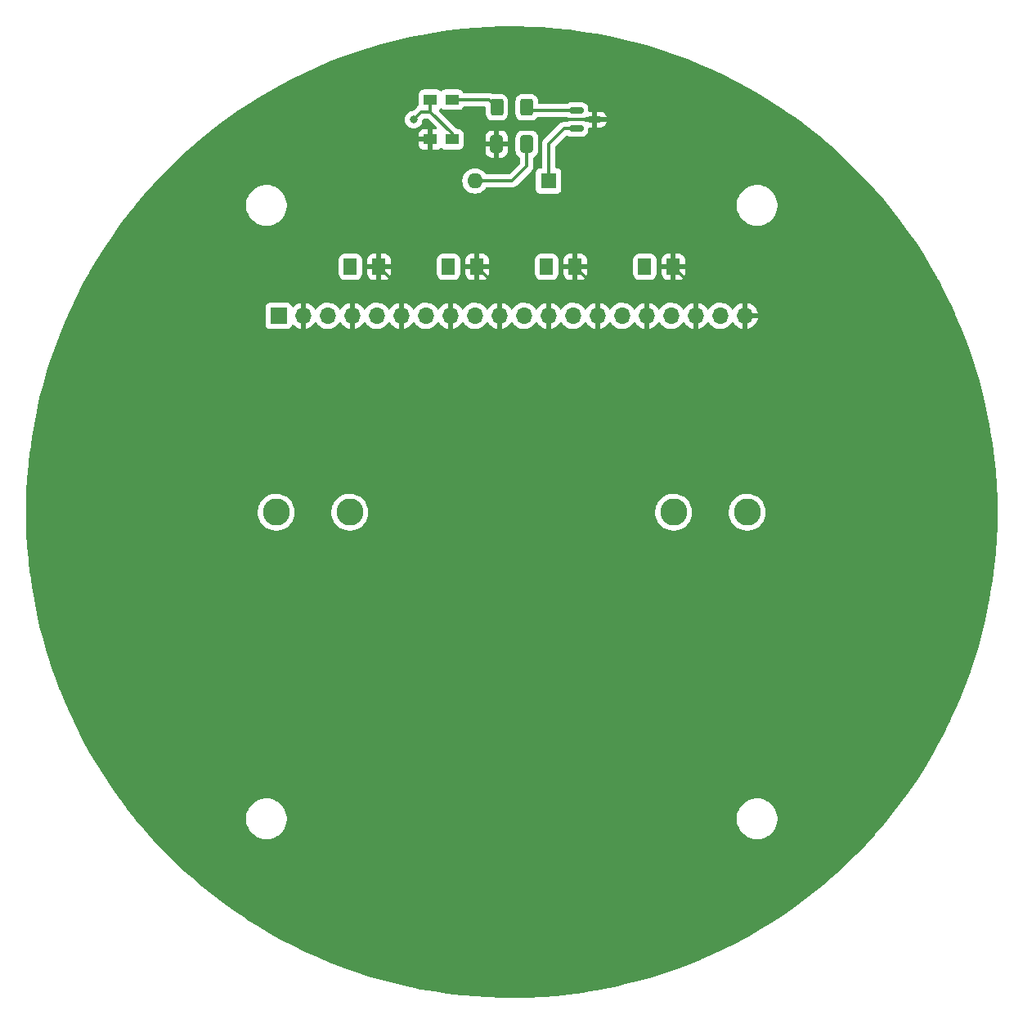
<source format=gbr>
%TF.GenerationSoftware,KiCad,Pcbnew,6.0.9+dfsg-1*%
%TF.CreationDate,2022-11-28T19:22:19-06:00*%
%TF.ProjectId,base,62617365-2e6b-4696-9361-645f70636258,A*%
%TF.SameCoordinates,Original*%
%TF.FileFunction,Copper,L1,Top*%
%TF.FilePolarity,Positive*%
%FSLAX46Y46*%
G04 Gerber Fmt 4.6, Leading zero omitted, Abs format (unit mm)*
G04 Created by KiCad (PCBNEW 6.0.9+dfsg-1) date 2022-11-28 19:22:19*
%MOMM*%
%LPD*%
G01*
G04 APERTURE LIST*
G04 Aperture macros list*
%AMRoundRect*
0 Rectangle with rounded corners*
0 $1 Rounding radius*
0 $2 $3 $4 $5 $6 $7 $8 $9 X,Y pos of 4 corners*
0 Add a 4 corners polygon primitive as box body*
4,1,4,$2,$3,$4,$5,$6,$7,$8,$9,$2,$3,0*
0 Add four circle primitives for the rounded corners*
1,1,$1+$1,$2,$3*
1,1,$1+$1,$4,$5*
1,1,$1+$1,$6,$7*
1,1,$1+$1,$8,$9*
0 Add four rect primitives between the rounded corners*
20,1,$1+$1,$2,$3,$4,$5,0*
20,1,$1+$1,$4,$5,$6,$7,0*
20,1,$1+$1,$6,$7,$8,$9,0*
20,1,$1+$1,$8,$9,$2,$3,0*%
G04 Aperture macros list end*
%TA.AperFunction,SMDPad,CuDef*%
%ADD10RoundRect,0.250001X-0.462499X-0.624999X0.462499X-0.624999X0.462499X0.624999X-0.462499X0.624999X0*%
%TD*%
%TA.AperFunction,ComponentPad*%
%ADD11R,1.600000X1.600000*%
%TD*%
%TA.AperFunction,ComponentPad*%
%ADD12O,1.600000X1.600000*%
%TD*%
%TA.AperFunction,SMDPad,CuDef*%
%ADD13RoundRect,0.250000X-0.412500X-0.650000X0.412500X-0.650000X0.412500X0.650000X-0.412500X0.650000X0*%
%TD*%
%TA.AperFunction,ComponentPad*%
%ADD14R,1.700000X1.700000*%
%TD*%
%TA.AperFunction,ComponentPad*%
%ADD15O,1.700000X1.700000*%
%TD*%
%TA.AperFunction,SMDPad,CuDef*%
%ADD16RoundRect,0.250000X-0.400000X-0.625000X0.400000X-0.625000X0.400000X0.625000X-0.400000X0.625000X0*%
%TD*%
%TA.AperFunction,SMDPad,CuDef*%
%ADD17R,1.350000X1.100000*%
%TD*%
%TA.AperFunction,SMDPad,CuDef*%
%ADD18RoundRect,0.150000X-0.587500X-0.150000X0.587500X-0.150000X0.587500X0.150000X-0.587500X0.150000X0*%
%TD*%
%TA.AperFunction,ComponentPad*%
%ADD19C,2.794000*%
%TD*%
%TA.AperFunction,ViaPad*%
%ADD20C,0.800000*%
%TD*%
%TA.AperFunction,Conductor*%
%ADD21C,0.350000*%
%TD*%
G04 APERTURE END LIST*
D10*
%TO.P,D4,1,K*%
%TO.N,CATHODE*%
X140752500Y-76200000D03*
%TO.P,D4,2,A*%
%TO.N,ANODE*%
X143727500Y-76200000D03*
%TD*%
%TO.P,D3,1,K*%
%TO.N,CATHODE*%
X130592500Y-76200000D03*
%TO.P,D3,2,A*%
%TO.N,ANODE*%
X133567500Y-76200000D03*
%TD*%
%TO.P,D2,1,K*%
%TO.N,CATHODE*%
X120432500Y-76200000D03*
%TO.P,D2,2,A*%
%TO.N,ANODE*%
X123407500Y-76200000D03*
%TD*%
%TO.P,D1,1,K*%
%TO.N,CATHODE*%
X110272500Y-76200000D03*
%TO.P,D1,2,A*%
%TO.N,ANODE*%
X113247500Y-76200000D03*
%TD*%
D11*
%TO.P,D5,1,K*%
%TO.N,GND*%
X130810000Y-67310000D03*
D12*
%TO.P,D5,2,A*%
%TO.N,CATHODE*%
X123190000Y-67310000D03*
%TD*%
D13*
%TO.P,C1,1*%
%TO.N,ANODE*%
X125437500Y-63500000D03*
%TO.P,C1,2*%
%TO.N,CATHODE*%
X128562500Y-63500000D03*
%TD*%
D14*
%TO.P,J1,1,Pin_1*%
%TO.N,CATHODE*%
X102870000Y-81280000D03*
D15*
%TO.P,J1,2,Pin_2*%
%TO.N,ANODE*%
X105410000Y-81280000D03*
%TO.P,J1,3,Pin_3*%
%TO.N,CATHODE*%
X107950000Y-81280000D03*
%TO.P,J1,4,Pin_4*%
%TO.N,ANODE*%
X110490000Y-81280000D03*
%TO.P,J1,5,Pin_5*%
%TO.N,CATHODE*%
X113030000Y-81280000D03*
%TO.P,J1,6,Pin_6*%
%TO.N,ANODE*%
X115570000Y-81280000D03*
%TO.P,J1,7,Pin_7*%
%TO.N,CATHODE*%
X118110000Y-81280000D03*
%TO.P,J1,8,Pin_8*%
%TO.N,ANODE*%
X120650000Y-81280000D03*
%TO.P,J1,9,Pin_9*%
%TO.N,CATHODE*%
X123190000Y-81280000D03*
%TO.P,J1,10,Pin_10*%
%TO.N,ANODE*%
X125730000Y-81280000D03*
%TO.P,J1,11,Pin_11*%
%TO.N,CATHODE*%
X128270000Y-81280000D03*
%TO.P,J1,12,Pin_12*%
%TO.N,ANODE*%
X130810000Y-81280000D03*
%TO.P,J1,13,Pin_13*%
%TO.N,CATHODE*%
X133350000Y-81280000D03*
%TO.P,J1,14,Pin_14*%
%TO.N,ANODE*%
X135890000Y-81280000D03*
%TO.P,J1,15,Pin_15*%
%TO.N,CATHODE*%
X138430000Y-81280000D03*
%TO.P,J1,16,Pin_16*%
%TO.N,ANODE*%
X140970000Y-81280000D03*
%TO.P,J1,17,Pin_17*%
%TO.N,CATHODE*%
X143510000Y-81280000D03*
%TO.P,J1,18,Pin_18*%
%TO.N,ANODE*%
X146050000Y-81280000D03*
%TO.P,J1,19,Pin_19*%
%TO.N,CATHODE*%
X148590000Y-81280000D03*
%TO.P,J1,20,Pin_20*%
%TO.N,ANODE*%
X151130000Y-81280000D03*
%TD*%
D16*
%TO.P,R1,1*%
%TO.N,Net-(L1-Pad4)*%
X125450000Y-59690000D03*
%TO.P,R1,2*%
%TO.N,Net-(Q1-Pad1)*%
X128550000Y-59690000D03*
%TD*%
D17*
%TO.P,L1,1,1*%
%TO.N,Net-(L1-Pad1)*%
X118563750Y-58910000D03*
%TO.P,L1,2,2*%
%TO.N,ANODE*%
X118563750Y-63010000D03*
%TO.P,L1,3,3*%
%TO.N,Net-(L1-Pad1)*%
X120813750Y-63010000D03*
%TO.P,L1,4,4*%
%TO.N,Net-(L1-Pad4)*%
X120813750Y-58910000D03*
%TD*%
D18*
%TO.P,Q1,1,B*%
%TO.N,Net-(Q1-Pad1)*%
X133682500Y-60010000D03*
%TO.P,Q1,2,E*%
%TO.N,GND*%
X133682500Y-61910000D03*
%TO.P,Q1,3,C*%
%TO.N,ANODE*%
X135557500Y-60960000D03*
%TD*%
D19*
%TO.P,BT1,1,+*%
%TO.N,Net-(BT1-Pad1)*%
X110236000Y-101600000D03*
X102616000Y-101600000D03*
%TO.P,BT1,2,-*%
%TO.N,GND*%
X151384000Y-101600000D03*
X143764000Y-101600000D03*
%TD*%
D20*
%TO.N,Net-(L1-Pad1)*%
X116840000Y-60960000D03*
%TD*%
D21*
%TO.N,ANODE*%
X143727500Y-76200000D02*
X146050000Y-78522500D01*
X146050000Y-78522500D02*
X146050000Y-81280000D01*
X133567500Y-76200000D02*
X135890000Y-78522500D01*
X135890000Y-78522500D02*
X135890000Y-81280000D01*
X113247500Y-76200000D02*
X115570000Y-78522500D01*
X115570000Y-78522500D02*
X115570000Y-81280000D01*
X123407500Y-76200000D02*
X125730000Y-78522500D01*
X125730000Y-78522500D02*
X125730000Y-81280000D01*
%TO.N,GND*%
X132400000Y-61910000D02*
X130810000Y-63500000D01*
X133682500Y-61910000D02*
X132400000Y-61910000D01*
X130810000Y-63500000D02*
X130810000Y-67310000D01*
%TO.N,CATHODE*%
X128562500Y-65747500D02*
X127000000Y-67310000D01*
X128562500Y-63500000D02*
X128562500Y-65747500D01*
X127000000Y-67310000D02*
X123190000Y-67310000D01*
%TO.N,Net-(L1-Pad1)*%
X118563750Y-60143750D02*
X117656250Y-60143750D01*
X120813750Y-62393750D02*
X118563750Y-60143750D01*
X118563750Y-60143750D02*
X118563750Y-58910000D01*
X117656250Y-60143750D02*
X116840000Y-60960000D01*
X120813750Y-63010000D02*
X120813750Y-62393750D01*
%TO.N,Net-(L1-Pad4)*%
X124670000Y-58910000D02*
X120813750Y-58910000D01*
X125450000Y-59690000D02*
X124670000Y-58910000D01*
%TO.N,Net-(Q1-Pad1)*%
X128870000Y-60010000D02*
X128550000Y-59690000D01*
X133682500Y-60010000D02*
X128870000Y-60010000D01*
%TD*%
%TA.AperFunction,Conductor*%
%TO.N,ANODE*%
G36*
X127352860Y-51309763D02*
G01*
X127765328Y-51318403D01*
X128753361Y-51339099D01*
X128756877Y-51339221D01*
X129861290Y-51393236D01*
X130156081Y-51407654D01*
X130159577Y-51407873D01*
X131556322Y-51515347D01*
X131559777Y-51515662D01*
X132810836Y-51647153D01*
X132952981Y-51662093D01*
X132956476Y-51662510D01*
X134345002Y-51847779D01*
X134348459Y-51848289D01*
X135008396Y-51955176D01*
X135731291Y-52072260D01*
X135734756Y-52072871D01*
X137110762Y-52335358D01*
X137114209Y-52336065D01*
X137774908Y-52481329D01*
X138482435Y-52636889D01*
X138485815Y-52637683D01*
X139128817Y-52798001D01*
X139845048Y-52976578D01*
X139848408Y-52977465D01*
X141197732Y-53354202D01*
X141201045Y-53355178D01*
X142539230Y-53769416D01*
X142542576Y-53770503D01*
X143868695Y-54221950D01*
X143872010Y-54223131D01*
X145185017Y-54711435D01*
X145188297Y-54712707D01*
X146487089Y-55237452D01*
X146490333Y-55238815D01*
X147774082Y-55799672D01*
X147777215Y-55801094D01*
X149044758Y-56397553D01*
X149047867Y-56399069D01*
X150125278Y-56943309D01*
X150298281Y-57030699D01*
X150301399Y-57032329D01*
X151533680Y-57698620D01*
X151536721Y-57700321D01*
X152749868Y-58400731D01*
X152752890Y-58402532D01*
X153946048Y-59136569D01*
X153949019Y-59138455D01*
X155121164Y-59905485D01*
X155124081Y-59907452D01*
X155505814Y-60172763D01*
X156274411Y-60706952D01*
X156277222Y-60708964D01*
X157213437Y-61399202D01*
X157404807Y-61540292D01*
X157407609Y-61542420D01*
X158483811Y-62383240D01*
X158511446Y-62404831D01*
X158514180Y-62407028D01*
X158826147Y-62665110D01*
X159593569Y-63299977D01*
X159596249Y-63302258D01*
X160025004Y-63677604D01*
X160625801Y-64203562D01*
X160650247Y-64224963D01*
X160652851Y-64227307D01*
X161387567Y-64907662D01*
X161680702Y-65179108D01*
X161683250Y-65181534D01*
X162684131Y-66161669D01*
X162686610Y-66164166D01*
X163659717Y-67171847D01*
X163662125Y-67174412D01*
X164606700Y-68208854D01*
X164609036Y-68211485D01*
X165524363Y-69271902D01*
X165526625Y-69274597D01*
X166107608Y-69986951D01*
X166412007Y-70360181D01*
X166414193Y-70362939D01*
X167268915Y-71472820D01*
X167271022Y-71475637D01*
X168094410Y-72608933D01*
X168096438Y-72611808D01*
X168887871Y-73767666D01*
X168889818Y-73770597D01*
X169648651Y-74948076D01*
X169650516Y-74951060D01*
X170376195Y-76149299D01*
X170377975Y-76152333D01*
X171031920Y-77303483D01*
X171069915Y-77370367D01*
X171071599Y-77373432D01*
X171183295Y-77583500D01*
X171729244Y-78610281D01*
X171730853Y-78613410D01*
X172353732Y-79868191D01*
X172355252Y-79871364D01*
X172443042Y-80061358D01*
X172888769Y-81026000D01*
X172942833Y-81143006D01*
X172944254Y-81146197D01*
X173417202Y-82249667D01*
X173496111Y-82433775D01*
X173497452Y-82437028D01*
X174013147Y-83739525D01*
X174014396Y-83742814D01*
X174493519Y-85059196D01*
X174494658Y-85062467D01*
X174936832Y-86391694D01*
X174937896Y-86395048D01*
X175342782Y-87736092D01*
X175343752Y-87739474D01*
X175711039Y-89091316D01*
X175711914Y-89094724D01*
X176041306Y-90456267D01*
X176042086Y-90459698D01*
X176333344Y-91829959D01*
X176334024Y-91833398D01*
X176460301Y-92521421D01*
X176586901Y-93211210D01*
X176587488Y-93214679D01*
X176801801Y-94599060D01*
X176802290Y-94602544D01*
X176977855Y-95992284D01*
X176978248Y-95995781D01*
X177114951Y-97389983D01*
X177115245Y-97393489D01*
X177212962Y-98790912D01*
X177213158Y-98794425D01*
X177271817Y-100193994D01*
X177271916Y-100197511D01*
X177291475Y-101598241D01*
X177291475Y-101601759D01*
X177271916Y-103002489D01*
X177271817Y-103006006D01*
X177213158Y-104405575D01*
X177212962Y-104409088D01*
X177115245Y-105806511D01*
X177114951Y-105810017D01*
X176978248Y-107204219D01*
X176977855Y-107207716D01*
X176802290Y-108597456D01*
X176801801Y-108600940D01*
X176587488Y-109985321D01*
X176586905Y-109988766D01*
X176459979Y-110680332D01*
X176334027Y-111366589D01*
X176333344Y-111370041D01*
X176042086Y-112740302D01*
X176041306Y-112743733D01*
X175711914Y-114105276D01*
X175711039Y-114108684D01*
X175343752Y-115460526D01*
X175342782Y-115463908D01*
X174937896Y-116804952D01*
X174936832Y-116808306D01*
X174494658Y-118137533D01*
X174493519Y-118140804D01*
X174253943Y-118799036D01*
X174014396Y-119457186D01*
X174013147Y-119460475D01*
X173497452Y-120762972D01*
X173496111Y-120766225D01*
X172944264Y-122053780D01*
X172942843Y-122056971D01*
X172522904Y-122965803D01*
X172355252Y-123328636D01*
X172353732Y-123331809D01*
X171730853Y-124586590D01*
X171729244Y-124589719D01*
X171071610Y-125826549D01*
X171069925Y-125829614D01*
X170598460Y-126659543D01*
X170377975Y-127047667D01*
X170376195Y-127050701D01*
X169650516Y-128248940D01*
X169648651Y-128251924D01*
X168889818Y-129429403D01*
X168887871Y-129432334D01*
X168096438Y-130588192D01*
X168094410Y-130591067D01*
X167271022Y-131724363D01*
X167268915Y-131727180D01*
X166414193Y-132837061D01*
X166412016Y-132839807D01*
X165891178Y-133478417D01*
X165526625Y-133925403D01*
X165524363Y-133928098D01*
X164609036Y-134988515D01*
X164606700Y-134991146D01*
X163662125Y-136025588D01*
X163659717Y-136028153D01*
X162686610Y-137035834D01*
X162684131Y-137038331D01*
X161683250Y-138018466D01*
X161680702Y-138020892D01*
X160652862Y-138972683D01*
X160650247Y-138975037D01*
X159596249Y-139897742D01*
X159593569Y-139900023D01*
X158514188Y-140792965D01*
X158511446Y-140795169D01*
X157407609Y-141657580D01*
X157404807Y-141659708D01*
X156277222Y-142491036D01*
X156274411Y-142493048D01*
X155694929Y-142895799D01*
X155124081Y-143292548D01*
X155121164Y-143294515D01*
X153949019Y-144061545D01*
X153946048Y-144063431D01*
X152752890Y-144797468D01*
X152749878Y-144799263D01*
X151792657Y-145351915D01*
X151536736Y-145499671D01*
X151533680Y-145501380D01*
X150911152Y-145837979D01*
X150301399Y-146167671D01*
X150298281Y-146169301D01*
X149047867Y-146800931D01*
X149044758Y-146802447D01*
X147777215Y-147398906D01*
X147774082Y-147400328D01*
X146596568Y-147914772D01*
X146490333Y-147961185D01*
X146487089Y-147962548D01*
X145188297Y-148487293D01*
X145185017Y-148488565D01*
X143872010Y-148976869D01*
X143868695Y-148978050D01*
X142542576Y-149429497D01*
X142539230Y-149430584D01*
X141201045Y-149844822D01*
X141197732Y-149845798D01*
X139848408Y-150222535D01*
X139845048Y-150223422D01*
X139148145Y-150397180D01*
X138485815Y-150562317D01*
X138482435Y-150563111D01*
X137904145Y-150690256D01*
X137114209Y-150863935D01*
X137110762Y-150864642D01*
X135734756Y-151127129D01*
X135731291Y-151127740D01*
X135039881Y-151239725D01*
X134348459Y-151351711D01*
X134345002Y-151352221D01*
X133612775Y-151449921D01*
X132956474Y-151537490D01*
X132952978Y-151537907D01*
X131559777Y-151684338D01*
X131556322Y-151684653D01*
X130159577Y-151792127D01*
X130156081Y-151792346D01*
X129861290Y-151806764D01*
X128756877Y-151860779D01*
X128753361Y-151860901D01*
X127765328Y-151881597D01*
X127352860Y-151890237D01*
X127349366Y-151890262D01*
X126688403Y-151885648D01*
X125948521Y-151880482D01*
X125945004Y-151880408D01*
X124545028Y-151831520D01*
X124541513Y-151831348D01*
X123143438Y-151743388D01*
X123139930Y-151743118D01*
X122106348Y-151649055D01*
X121744879Y-151616159D01*
X121741394Y-151615794D01*
X121084721Y-151537490D01*
X120350349Y-151449921D01*
X120346862Y-151449455D01*
X119932466Y-151388263D01*
X118961062Y-151244818D01*
X118957661Y-151244268D01*
X117578019Y-151001000D01*
X117574564Y-151000340D01*
X116911871Y-150864309D01*
X116202375Y-150718670D01*
X116198941Y-150717916D01*
X114835105Y-150398031D01*
X114831691Y-150397180D01*
X113477328Y-150039341D01*
X113473939Y-150038395D01*
X112130067Y-149642873D01*
X112126706Y-149641832D01*
X110794447Y-149208954D01*
X110791116Y-149207820D01*
X109471463Y-148737913D01*
X109468165Y-148736687D01*
X108162111Y-148230102D01*
X108158849Y-148228784D01*
X106867455Y-147685932D01*
X106864231Y-147684523D01*
X105588532Y-147105841D01*
X105585348Y-147104343D01*
X104326277Y-146490253D01*
X104323137Y-146488667D01*
X103081689Y-145839653D01*
X103078594Y-145837979D01*
X101855791Y-145154578D01*
X101852744Y-145152819D01*
X100649468Y-144435522D01*
X100646471Y-144433678D01*
X99787825Y-143888765D01*
X99463705Y-143683072D01*
X99460795Y-143681168D01*
X98299415Y-142897807D01*
X98296526Y-142895799D01*
X97157503Y-142080339D01*
X97154671Y-142078251D01*
X96038874Y-141231315D01*
X96036101Y-141229149D01*
X94944357Y-140351365D01*
X94941646Y-140349122D01*
X93874844Y-139441202D01*
X93872197Y-139438884D01*
X93186487Y-138821467D01*
X92831201Y-138501567D01*
X92828622Y-138499179D01*
X91814153Y-137533114D01*
X91811639Y-137530652D01*
X90824559Y-136536656D01*
X90822115Y-136534125D01*
X89863190Y-135512975D01*
X89860817Y-135510377D01*
X88930724Y-134462787D01*
X88928461Y-134460165D01*
X88108272Y-133482703D01*
X99490743Y-133482703D01*
X99528268Y-133767734D01*
X99604129Y-134045036D01*
X99716923Y-134309476D01*
X99864561Y-134556161D01*
X100044313Y-134780528D01*
X100252851Y-134978423D01*
X100486317Y-135146186D01*
X100490112Y-135148195D01*
X100490113Y-135148196D01*
X100511869Y-135159715D01*
X100740392Y-135280712D01*
X101010373Y-135379511D01*
X101291264Y-135440755D01*
X101319841Y-135443004D01*
X101514282Y-135458307D01*
X101514291Y-135458307D01*
X101516739Y-135458500D01*
X101672271Y-135458500D01*
X101674407Y-135458354D01*
X101674418Y-135458354D01*
X101882548Y-135444165D01*
X101882554Y-135444164D01*
X101886825Y-135443873D01*
X101891020Y-135443004D01*
X101891022Y-135443004D01*
X102027584Y-135414723D01*
X102168342Y-135385574D01*
X102439343Y-135289607D01*
X102694812Y-135157750D01*
X102698313Y-135155289D01*
X102698317Y-135155287D01*
X102812418Y-135075095D01*
X102930023Y-134992441D01*
X103140622Y-134796740D01*
X103322713Y-134574268D01*
X103472927Y-134329142D01*
X103588483Y-134065898D01*
X103667244Y-133789406D01*
X103707751Y-133504784D01*
X103707845Y-133486951D01*
X103707867Y-133482703D01*
X150290743Y-133482703D01*
X150328268Y-133767734D01*
X150404129Y-134045036D01*
X150516923Y-134309476D01*
X150664561Y-134556161D01*
X150844313Y-134780528D01*
X151052851Y-134978423D01*
X151286317Y-135146186D01*
X151290112Y-135148195D01*
X151290113Y-135148196D01*
X151311869Y-135159715D01*
X151540392Y-135280712D01*
X151810373Y-135379511D01*
X152091264Y-135440755D01*
X152119841Y-135443004D01*
X152314282Y-135458307D01*
X152314291Y-135458307D01*
X152316739Y-135458500D01*
X152472271Y-135458500D01*
X152474407Y-135458354D01*
X152474418Y-135458354D01*
X152682548Y-135444165D01*
X152682554Y-135444164D01*
X152686825Y-135443873D01*
X152691020Y-135443004D01*
X152691022Y-135443004D01*
X152827584Y-135414723D01*
X152968342Y-135385574D01*
X153239343Y-135289607D01*
X153494812Y-135157750D01*
X153498313Y-135155289D01*
X153498317Y-135155287D01*
X153612418Y-135075095D01*
X153730023Y-134992441D01*
X153940622Y-134796740D01*
X154122713Y-134574268D01*
X154272927Y-134329142D01*
X154388483Y-134065898D01*
X154467244Y-133789406D01*
X154507751Y-133504784D01*
X154507845Y-133486951D01*
X154509235Y-133221583D01*
X154509235Y-133221576D01*
X154509257Y-133217297D01*
X154471732Y-132932266D01*
X154395871Y-132654964D01*
X154283077Y-132390524D01*
X154135439Y-132143839D01*
X153955687Y-131919472D01*
X153789002Y-131761294D01*
X153750258Y-131724527D01*
X153750255Y-131724525D01*
X153747149Y-131721577D01*
X153513683Y-131553814D01*
X153491843Y-131542250D01*
X153468654Y-131529972D01*
X153259608Y-131419288D01*
X152989627Y-131320489D01*
X152708736Y-131259245D01*
X152677685Y-131256801D01*
X152485718Y-131241693D01*
X152485709Y-131241693D01*
X152483261Y-131241500D01*
X152327729Y-131241500D01*
X152325593Y-131241646D01*
X152325582Y-131241646D01*
X152117452Y-131255835D01*
X152117446Y-131255836D01*
X152113175Y-131256127D01*
X152108980Y-131256996D01*
X152108978Y-131256996D01*
X151972417Y-131285276D01*
X151831658Y-131314426D01*
X151560657Y-131410393D01*
X151305188Y-131542250D01*
X151301687Y-131544711D01*
X151301683Y-131544713D01*
X151291594Y-131551804D01*
X151069977Y-131707559D01*
X150859378Y-131903260D01*
X150677287Y-132125732D01*
X150527073Y-132370858D01*
X150411517Y-132634102D01*
X150332756Y-132910594D01*
X150292249Y-133195216D01*
X150292227Y-133199505D01*
X150292226Y-133199512D01*
X150291258Y-133384318D01*
X150290743Y-133482703D01*
X103707867Y-133482703D01*
X103709235Y-133221583D01*
X103709235Y-133221576D01*
X103709257Y-133217297D01*
X103671732Y-132932266D01*
X103595871Y-132654964D01*
X103483077Y-132390524D01*
X103335439Y-132143839D01*
X103155687Y-131919472D01*
X102989002Y-131761294D01*
X102950258Y-131724527D01*
X102950255Y-131724525D01*
X102947149Y-131721577D01*
X102713683Y-131553814D01*
X102691843Y-131542250D01*
X102668654Y-131529972D01*
X102459608Y-131419288D01*
X102189627Y-131320489D01*
X101908736Y-131259245D01*
X101877685Y-131256801D01*
X101685718Y-131241693D01*
X101685709Y-131241693D01*
X101683261Y-131241500D01*
X101527729Y-131241500D01*
X101525593Y-131241646D01*
X101525582Y-131241646D01*
X101317452Y-131255835D01*
X101317446Y-131255836D01*
X101313175Y-131256127D01*
X101308980Y-131256996D01*
X101308978Y-131256996D01*
X101172417Y-131285276D01*
X101031658Y-131314426D01*
X100760657Y-131410393D01*
X100505188Y-131542250D01*
X100501687Y-131544711D01*
X100501683Y-131544713D01*
X100491594Y-131551804D01*
X100269977Y-131707559D01*
X100059378Y-131903260D01*
X99877287Y-132125732D01*
X99727073Y-132370858D01*
X99611517Y-132634102D01*
X99532756Y-132910594D01*
X99492249Y-133195216D01*
X99492227Y-133199505D01*
X99492226Y-133199512D01*
X99491258Y-133384318D01*
X99490743Y-133482703D01*
X88108272Y-133482703D01*
X88028002Y-133387041D01*
X88025782Y-133384318D01*
X87890036Y-133213049D01*
X87155651Y-132286486D01*
X87153510Y-132283706D01*
X87046373Y-132140492D01*
X86373951Y-131241646D01*
X86314368Y-131162000D01*
X86312300Y-131159153D01*
X85504824Y-130014482D01*
X85502836Y-130011579D01*
X84727624Y-128844792D01*
X84725718Y-128841835D01*
X83983382Y-127653849D01*
X83981559Y-127650839D01*
X83272690Y-126442601D01*
X83270952Y-126439542D01*
X82596073Y-125211942D01*
X82594422Y-125208835D01*
X81954128Y-123962958D01*
X81952563Y-123959807D01*
X81347272Y-122696466D01*
X81345796Y-122693272D01*
X80776019Y-121413534D01*
X80774633Y-121410300D01*
X80240811Y-120115148D01*
X80239516Y-120111877D01*
X80145744Y-119865021D01*
X79742051Y-118802291D01*
X79740867Y-118799036D01*
X79511665Y-118140856D01*
X79280186Y-117476141D01*
X79279076Y-117472806D01*
X79067220Y-116804952D01*
X78855488Y-116137490D01*
X78854479Y-116134146D01*
X78468354Y-114787565D01*
X78467432Y-114784170D01*
X78119066Y-113427375D01*
X78118238Y-113423955D01*
X77807877Y-112057892D01*
X77807146Y-112054451D01*
X77535062Y-110680332D01*
X77534426Y-110676871D01*
X77300804Y-109295612D01*
X77300266Y-109292135D01*
X77105308Y-107904938D01*
X77104867Y-107901447D01*
X76948716Y-106509325D01*
X76948373Y-106505823D01*
X76831157Y-105109933D01*
X76830911Y-105106424D01*
X76752712Y-103707733D01*
X76752565Y-103704217D01*
X76713451Y-102303933D01*
X76713402Y-102300415D01*
X76713402Y-101539994D01*
X100706576Y-101539994D01*
X100708934Y-101600000D01*
X100713772Y-101723135D01*
X100717170Y-101809633D01*
X100765651Y-102075089D01*
X100851051Y-102331066D01*
X100853044Y-102335054D01*
X100930386Y-102489839D01*
X100971667Y-102572456D01*
X101125092Y-102794443D01*
X101308264Y-102992598D01*
X101311718Y-102995410D01*
X101454883Y-103111964D01*
X101517529Y-103162966D01*
X101654457Y-103245403D01*
X101744896Y-103299852D01*
X101744900Y-103299854D01*
X101748712Y-103302149D01*
X101908013Y-103369605D01*
X101993101Y-103405635D01*
X101993105Y-103405636D01*
X101997199Y-103407370D01*
X102001491Y-103408508D01*
X102001494Y-103408509D01*
X102253736Y-103475390D01*
X102253740Y-103475391D01*
X102258033Y-103476529D01*
X102262442Y-103477051D01*
X102262448Y-103477052D01*
X102438105Y-103497842D01*
X102526009Y-103508246D01*
X102795781Y-103501889D01*
X102954984Y-103475390D01*
X103057576Y-103458314D01*
X103057580Y-103458313D01*
X103061966Y-103457583D01*
X103066207Y-103456242D01*
X103066210Y-103456241D01*
X103315007Y-103377557D01*
X103315009Y-103377556D01*
X103319253Y-103376214D01*
X103323264Y-103374288D01*
X103323269Y-103374286D01*
X103558489Y-103261335D01*
X103558490Y-103261334D01*
X103562508Y-103259405D01*
X103711046Y-103160155D01*
X103783169Y-103111964D01*
X103783173Y-103111961D01*
X103786877Y-103109486D01*
X103790194Y-103106515D01*
X103790198Y-103106512D01*
X103984567Y-102932421D01*
X103984568Y-102932420D01*
X103987885Y-102929449D01*
X104161519Y-102722886D01*
X104304317Y-102493918D01*
X104413428Y-102247114D01*
X104486675Y-101987398D01*
X104487514Y-101981149D01*
X104522170Y-101723135D01*
X104522171Y-101723127D01*
X104522597Y-101719953D01*
X104526367Y-101600000D01*
X104522118Y-101539994D01*
X108326576Y-101539994D01*
X108328934Y-101600000D01*
X108333772Y-101723135D01*
X108337170Y-101809633D01*
X108385651Y-102075089D01*
X108471051Y-102331066D01*
X108473044Y-102335054D01*
X108550386Y-102489839D01*
X108591667Y-102572456D01*
X108745092Y-102794443D01*
X108928264Y-102992598D01*
X108931718Y-102995410D01*
X109074883Y-103111964D01*
X109137529Y-103162966D01*
X109274457Y-103245403D01*
X109364896Y-103299852D01*
X109364900Y-103299854D01*
X109368712Y-103302149D01*
X109528013Y-103369605D01*
X109613101Y-103405635D01*
X109613105Y-103405636D01*
X109617199Y-103407370D01*
X109621491Y-103408508D01*
X109621494Y-103408509D01*
X109873736Y-103475390D01*
X109873740Y-103475391D01*
X109878033Y-103476529D01*
X109882442Y-103477051D01*
X109882448Y-103477052D01*
X110058105Y-103497842D01*
X110146009Y-103508246D01*
X110415781Y-103501889D01*
X110574984Y-103475390D01*
X110677576Y-103458314D01*
X110677580Y-103458313D01*
X110681966Y-103457583D01*
X110686207Y-103456242D01*
X110686210Y-103456241D01*
X110935007Y-103377557D01*
X110935009Y-103377556D01*
X110939253Y-103376214D01*
X110943264Y-103374288D01*
X110943269Y-103374286D01*
X111178489Y-103261335D01*
X111178490Y-103261334D01*
X111182508Y-103259405D01*
X111331046Y-103160155D01*
X111403169Y-103111964D01*
X111403173Y-103111961D01*
X111406877Y-103109486D01*
X111410194Y-103106515D01*
X111410198Y-103106512D01*
X111604567Y-102932421D01*
X111604568Y-102932420D01*
X111607885Y-102929449D01*
X111781519Y-102722886D01*
X111924317Y-102493918D01*
X112033428Y-102247114D01*
X112106675Y-101987398D01*
X112107514Y-101981149D01*
X112142170Y-101723135D01*
X112142171Y-101723127D01*
X112142597Y-101719953D01*
X112146367Y-101600000D01*
X112142118Y-101539994D01*
X141854576Y-101539994D01*
X141856934Y-101600000D01*
X141861772Y-101723135D01*
X141865170Y-101809633D01*
X141913651Y-102075089D01*
X141999051Y-102331066D01*
X142001044Y-102335054D01*
X142078386Y-102489839D01*
X142119667Y-102572456D01*
X142273092Y-102794443D01*
X142456264Y-102992598D01*
X142459718Y-102995410D01*
X142602883Y-103111964D01*
X142665529Y-103162966D01*
X142802457Y-103245403D01*
X142892896Y-103299852D01*
X142892900Y-103299854D01*
X142896712Y-103302149D01*
X143056013Y-103369605D01*
X143141101Y-103405635D01*
X143141105Y-103405636D01*
X143145199Y-103407370D01*
X143149491Y-103408508D01*
X143149494Y-103408509D01*
X143401736Y-103475390D01*
X143401740Y-103475391D01*
X143406033Y-103476529D01*
X143410442Y-103477051D01*
X143410448Y-103477052D01*
X143586105Y-103497842D01*
X143674009Y-103508246D01*
X143943781Y-103501889D01*
X144102984Y-103475390D01*
X144205576Y-103458314D01*
X144205580Y-103458313D01*
X144209966Y-103457583D01*
X144214207Y-103456242D01*
X144214210Y-103456241D01*
X144463007Y-103377557D01*
X144463009Y-103377556D01*
X144467253Y-103376214D01*
X144471264Y-103374288D01*
X144471269Y-103374286D01*
X144706489Y-103261335D01*
X144706490Y-103261334D01*
X144710508Y-103259405D01*
X144859046Y-103160155D01*
X144931169Y-103111964D01*
X144931173Y-103111961D01*
X144934877Y-103109486D01*
X144938194Y-103106515D01*
X144938198Y-103106512D01*
X145132567Y-102932421D01*
X145132568Y-102932420D01*
X145135885Y-102929449D01*
X145309519Y-102722886D01*
X145452317Y-102493918D01*
X145561428Y-102247114D01*
X145634675Y-101987398D01*
X145635514Y-101981149D01*
X145670170Y-101723135D01*
X145670171Y-101723127D01*
X145670597Y-101719953D01*
X145674367Y-101600000D01*
X145670118Y-101539994D01*
X149474576Y-101539994D01*
X149476934Y-101600000D01*
X149481772Y-101723135D01*
X149485170Y-101809633D01*
X149533651Y-102075089D01*
X149619051Y-102331066D01*
X149621044Y-102335054D01*
X149698386Y-102489839D01*
X149739667Y-102572456D01*
X149893092Y-102794443D01*
X150076264Y-102992598D01*
X150079718Y-102995410D01*
X150222883Y-103111964D01*
X150285529Y-103162966D01*
X150422457Y-103245403D01*
X150512896Y-103299852D01*
X150512900Y-103299854D01*
X150516712Y-103302149D01*
X150676013Y-103369605D01*
X150761101Y-103405635D01*
X150761105Y-103405636D01*
X150765199Y-103407370D01*
X150769491Y-103408508D01*
X150769494Y-103408509D01*
X151021736Y-103475390D01*
X151021740Y-103475391D01*
X151026033Y-103476529D01*
X151030442Y-103477051D01*
X151030448Y-103477052D01*
X151206105Y-103497842D01*
X151294009Y-103508246D01*
X151563781Y-103501889D01*
X151722984Y-103475390D01*
X151825576Y-103458314D01*
X151825580Y-103458313D01*
X151829966Y-103457583D01*
X151834207Y-103456242D01*
X151834210Y-103456241D01*
X152083007Y-103377557D01*
X152083009Y-103377556D01*
X152087253Y-103376214D01*
X152091264Y-103374288D01*
X152091269Y-103374286D01*
X152326489Y-103261335D01*
X152326490Y-103261334D01*
X152330508Y-103259405D01*
X152479046Y-103160155D01*
X152551169Y-103111964D01*
X152551173Y-103111961D01*
X152554877Y-103109486D01*
X152558194Y-103106515D01*
X152558198Y-103106512D01*
X152752567Y-102932421D01*
X152752568Y-102932420D01*
X152755885Y-102929449D01*
X152929519Y-102722886D01*
X153072317Y-102493918D01*
X153181428Y-102247114D01*
X153254675Y-101987398D01*
X153255514Y-101981149D01*
X153290170Y-101723135D01*
X153290171Y-101723127D01*
X153290597Y-101719953D01*
X153294367Y-101600000D01*
X153275309Y-101330827D01*
X153262548Y-101271552D01*
X153219450Y-101071377D01*
X153218513Y-101067025D01*
X153125115Y-100813857D01*
X152996976Y-100576374D01*
X152836654Y-100359316D01*
X152789315Y-100311227D01*
X152735706Y-100256770D01*
X152647348Y-100167013D01*
X152643808Y-100164312D01*
X152643802Y-100164306D01*
X152436375Y-100006003D01*
X152432835Y-100003301D01*
X152197395Y-99871448D01*
X151945725Y-99774085D01*
X151941400Y-99773082D01*
X151941395Y-99773081D01*
X151796885Y-99739586D01*
X151682847Y-99713153D01*
X151414007Y-99689869D01*
X151409572Y-99690113D01*
X151409568Y-99690113D01*
X151149011Y-99704452D01*
X151149004Y-99704453D01*
X151144568Y-99704697D01*
X150879906Y-99757341D01*
X150875696Y-99758819D01*
X150875694Y-99758820D01*
X150727185Y-99810973D01*
X150625302Y-99846752D01*
X150621351Y-99848805D01*
X150621345Y-99848807D01*
X150389786Y-99969092D01*
X150385836Y-99971144D01*
X150382221Y-99973727D01*
X150382215Y-99973731D01*
X150243577Y-100072804D01*
X150166286Y-100128037D01*
X149971033Y-100314299D01*
X149803973Y-100526214D01*
X149668438Y-100759555D01*
X149666770Y-100763672D01*
X149666767Y-100763679D01*
X149568807Y-101005531D01*
X149567133Y-101009664D01*
X149502080Y-101271552D01*
X149474576Y-101539994D01*
X145670118Y-101539994D01*
X145655309Y-101330827D01*
X145642548Y-101271552D01*
X145599450Y-101071377D01*
X145598513Y-101067025D01*
X145505115Y-100813857D01*
X145376976Y-100576374D01*
X145216654Y-100359316D01*
X145169315Y-100311227D01*
X145115706Y-100256770D01*
X145027348Y-100167013D01*
X145023808Y-100164312D01*
X145023802Y-100164306D01*
X144816375Y-100006003D01*
X144812835Y-100003301D01*
X144577395Y-99871448D01*
X144325725Y-99774085D01*
X144321400Y-99773082D01*
X144321395Y-99773081D01*
X144176885Y-99739586D01*
X144062847Y-99713153D01*
X143794007Y-99689869D01*
X143789572Y-99690113D01*
X143789568Y-99690113D01*
X143529011Y-99704452D01*
X143529004Y-99704453D01*
X143524568Y-99704697D01*
X143259906Y-99757341D01*
X143255696Y-99758819D01*
X143255694Y-99758820D01*
X143107185Y-99810973D01*
X143005302Y-99846752D01*
X143001351Y-99848805D01*
X143001345Y-99848807D01*
X142769786Y-99969092D01*
X142765836Y-99971144D01*
X142762221Y-99973727D01*
X142762215Y-99973731D01*
X142623577Y-100072804D01*
X142546286Y-100128037D01*
X142351033Y-100314299D01*
X142183973Y-100526214D01*
X142048438Y-100759555D01*
X142046770Y-100763672D01*
X142046767Y-100763679D01*
X141948807Y-101005531D01*
X141947133Y-101009664D01*
X141882080Y-101271552D01*
X141854576Y-101539994D01*
X112142118Y-101539994D01*
X112127309Y-101330827D01*
X112114548Y-101271552D01*
X112071450Y-101071377D01*
X112070513Y-101067025D01*
X111977115Y-100813857D01*
X111848976Y-100576374D01*
X111688654Y-100359316D01*
X111641315Y-100311227D01*
X111587706Y-100256770D01*
X111499348Y-100167013D01*
X111495808Y-100164312D01*
X111495802Y-100164306D01*
X111288375Y-100006003D01*
X111284835Y-100003301D01*
X111049395Y-99871448D01*
X110797725Y-99774085D01*
X110793400Y-99773082D01*
X110793395Y-99773081D01*
X110648885Y-99739586D01*
X110534847Y-99713153D01*
X110266007Y-99689869D01*
X110261572Y-99690113D01*
X110261568Y-99690113D01*
X110001011Y-99704452D01*
X110001004Y-99704453D01*
X109996568Y-99704697D01*
X109731906Y-99757341D01*
X109727696Y-99758819D01*
X109727694Y-99758820D01*
X109579185Y-99810973D01*
X109477302Y-99846752D01*
X109473351Y-99848805D01*
X109473345Y-99848807D01*
X109241786Y-99969092D01*
X109237836Y-99971144D01*
X109234221Y-99973727D01*
X109234215Y-99973731D01*
X109095577Y-100072804D01*
X109018286Y-100128037D01*
X108823033Y-100314299D01*
X108655973Y-100526214D01*
X108520438Y-100759555D01*
X108518770Y-100763672D01*
X108518767Y-100763679D01*
X108420807Y-101005531D01*
X108419133Y-101009664D01*
X108354080Y-101271552D01*
X108326576Y-101539994D01*
X104522118Y-101539994D01*
X104507309Y-101330827D01*
X104494548Y-101271552D01*
X104451450Y-101071377D01*
X104450513Y-101067025D01*
X104357115Y-100813857D01*
X104228976Y-100576374D01*
X104068654Y-100359316D01*
X104021315Y-100311227D01*
X103967706Y-100256770D01*
X103879348Y-100167013D01*
X103875808Y-100164312D01*
X103875802Y-100164306D01*
X103668375Y-100006003D01*
X103664835Y-100003301D01*
X103429395Y-99871448D01*
X103177725Y-99774085D01*
X103173400Y-99773082D01*
X103173395Y-99773081D01*
X103028885Y-99739586D01*
X102914847Y-99713153D01*
X102646007Y-99689869D01*
X102641572Y-99690113D01*
X102641568Y-99690113D01*
X102381011Y-99704452D01*
X102381004Y-99704453D01*
X102376568Y-99704697D01*
X102111906Y-99757341D01*
X102107696Y-99758819D01*
X102107694Y-99758820D01*
X101959185Y-99810973D01*
X101857302Y-99846752D01*
X101853351Y-99848805D01*
X101853345Y-99848807D01*
X101621786Y-99969092D01*
X101617836Y-99971144D01*
X101614221Y-99973727D01*
X101614215Y-99973731D01*
X101475577Y-100072804D01*
X101398286Y-100128037D01*
X101203033Y-100314299D01*
X101035973Y-100526214D01*
X100900438Y-100759555D01*
X100898770Y-100763672D01*
X100898767Y-100763679D01*
X100800807Y-101005531D01*
X100799133Y-101009664D01*
X100734080Y-101271552D01*
X100706576Y-101539994D01*
X76713402Y-101539994D01*
X76713402Y-100899585D01*
X76713451Y-100896067D01*
X76752565Y-99495783D01*
X76752712Y-99492267D01*
X76830911Y-98093576D01*
X76831157Y-98090067D01*
X76948373Y-96694177D01*
X76948716Y-96690675D01*
X77104867Y-95298553D01*
X77105308Y-95295062D01*
X77300266Y-93907865D01*
X77300804Y-93904388D01*
X77534426Y-92523129D01*
X77535062Y-92519668D01*
X77807146Y-91145549D01*
X77807877Y-91142108D01*
X78118238Y-89776045D01*
X78119066Y-89772625D01*
X78467432Y-88415830D01*
X78468354Y-88412435D01*
X78854479Y-87065854D01*
X78855496Y-87062485D01*
X78867010Y-87026191D01*
X79279077Y-85727191D01*
X79280187Y-85723856D01*
X79511087Y-85060803D01*
X79740877Y-84400935D01*
X79742051Y-84397709D01*
X80239516Y-83088123D01*
X80240811Y-83084852D01*
X80614532Y-82178134D01*
X101511500Y-82178134D01*
X101518255Y-82240316D01*
X101569385Y-82376705D01*
X101656739Y-82493261D01*
X101773295Y-82580615D01*
X101909684Y-82631745D01*
X101971866Y-82638500D01*
X103768134Y-82638500D01*
X103830316Y-82631745D01*
X103966705Y-82580615D01*
X104083261Y-82493261D01*
X104170615Y-82376705D01*
X104214798Y-82258848D01*
X104257440Y-82202084D01*
X104324001Y-82177384D01*
X104393350Y-82192592D01*
X104428017Y-82220580D01*
X104453218Y-82249673D01*
X104460580Y-82256883D01*
X104624434Y-82392916D01*
X104632881Y-82398831D01*
X104816756Y-82506279D01*
X104826042Y-82510729D01*
X105025001Y-82586703D01*
X105034899Y-82589579D01*
X105138250Y-82610606D01*
X105152299Y-82609410D01*
X105156000Y-82599065D01*
X105156000Y-82598517D01*
X105664000Y-82598517D01*
X105668064Y-82612359D01*
X105681478Y-82614393D01*
X105688184Y-82613534D01*
X105698262Y-82611392D01*
X105902255Y-82550191D01*
X105911842Y-82546433D01*
X106103095Y-82452739D01*
X106111945Y-82447464D01*
X106285328Y-82323792D01*
X106293200Y-82317139D01*
X106444052Y-82166812D01*
X106450730Y-82158965D01*
X106578022Y-81981819D01*
X106579279Y-81982722D01*
X106626373Y-81939362D01*
X106696311Y-81927145D01*
X106761751Y-81954678D01*
X106789579Y-81986511D01*
X106849987Y-82085088D01*
X106996250Y-82253938D01*
X107168126Y-82396632D01*
X107361000Y-82509338D01*
X107569692Y-82589030D01*
X107574760Y-82590061D01*
X107574763Y-82590062D01*
X107669862Y-82609410D01*
X107788597Y-82633567D01*
X107793772Y-82633757D01*
X107793774Y-82633757D01*
X108006673Y-82641564D01*
X108006677Y-82641564D01*
X108011837Y-82641753D01*
X108016957Y-82641097D01*
X108016959Y-82641097D01*
X108228288Y-82614025D01*
X108228289Y-82614025D01*
X108233416Y-82613368D01*
X108238366Y-82611883D01*
X108442429Y-82550661D01*
X108442434Y-82550659D01*
X108447384Y-82549174D01*
X108647994Y-82450896D01*
X108829860Y-82321173D01*
X108988096Y-82163489D01*
X109118453Y-81982077D01*
X109119640Y-81982930D01*
X109166960Y-81939362D01*
X109236897Y-81927145D01*
X109302338Y-81954678D01*
X109330166Y-81986511D01*
X109387694Y-82080388D01*
X109393777Y-82088699D01*
X109533213Y-82249667D01*
X109540580Y-82256883D01*
X109704434Y-82392916D01*
X109712881Y-82398831D01*
X109896756Y-82506279D01*
X109906042Y-82510729D01*
X110105001Y-82586703D01*
X110114899Y-82589579D01*
X110218250Y-82610606D01*
X110232299Y-82609410D01*
X110236000Y-82599065D01*
X110236000Y-82598517D01*
X110744000Y-82598517D01*
X110748064Y-82612359D01*
X110761478Y-82614393D01*
X110768184Y-82613534D01*
X110778262Y-82611392D01*
X110982255Y-82550191D01*
X110991842Y-82546433D01*
X111183095Y-82452739D01*
X111191945Y-82447464D01*
X111365328Y-82323792D01*
X111373200Y-82317139D01*
X111524052Y-82166812D01*
X111530730Y-82158965D01*
X111658022Y-81981819D01*
X111659279Y-81982722D01*
X111706373Y-81939362D01*
X111776311Y-81927145D01*
X111841751Y-81954678D01*
X111869579Y-81986511D01*
X111929987Y-82085088D01*
X112076250Y-82253938D01*
X112248126Y-82396632D01*
X112441000Y-82509338D01*
X112649692Y-82589030D01*
X112654760Y-82590061D01*
X112654763Y-82590062D01*
X112749862Y-82609410D01*
X112868597Y-82633567D01*
X112873772Y-82633757D01*
X112873774Y-82633757D01*
X113086673Y-82641564D01*
X113086677Y-82641564D01*
X113091837Y-82641753D01*
X113096957Y-82641097D01*
X113096959Y-82641097D01*
X113308288Y-82614025D01*
X113308289Y-82614025D01*
X113313416Y-82613368D01*
X113318366Y-82611883D01*
X113522429Y-82550661D01*
X113522434Y-82550659D01*
X113527384Y-82549174D01*
X113727994Y-82450896D01*
X113909860Y-82321173D01*
X114068096Y-82163489D01*
X114198453Y-81982077D01*
X114199640Y-81982930D01*
X114246960Y-81939362D01*
X114316897Y-81927145D01*
X114382338Y-81954678D01*
X114410166Y-81986511D01*
X114467694Y-82080388D01*
X114473777Y-82088699D01*
X114613213Y-82249667D01*
X114620580Y-82256883D01*
X114784434Y-82392916D01*
X114792881Y-82398831D01*
X114976756Y-82506279D01*
X114986042Y-82510729D01*
X115185001Y-82586703D01*
X115194899Y-82589579D01*
X115298250Y-82610606D01*
X115312299Y-82609410D01*
X115316000Y-82599065D01*
X115316000Y-82598517D01*
X115824000Y-82598517D01*
X115828064Y-82612359D01*
X115841478Y-82614393D01*
X115848184Y-82613534D01*
X115858262Y-82611392D01*
X116062255Y-82550191D01*
X116071842Y-82546433D01*
X116263095Y-82452739D01*
X116271945Y-82447464D01*
X116445328Y-82323792D01*
X116453200Y-82317139D01*
X116604052Y-82166812D01*
X116610730Y-82158965D01*
X116738022Y-81981819D01*
X116739279Y-81982722D01*
X116786373Y-81939362D01*
X116856311Y-81927145D01*
X116921751Y-81954678D01*
X116949579Y-81986511D01*
X117009987Y-82085088D01*
X117156250Y-82253938D01*
X117328126Y-82396632D01*
X117521000Y-82509338D01*
X117729692Y-82589030D01*
X117734760Y-82590061D01*
X117734763Y-82590062D01*
X117829862Y-82609410D01*
X117948597Y-82633567D01*
X117953772Y-82633757D01*
X117953774Y-82633757D01*
X118166673Y-82641564D01*
X118166677Y-82641564D01*
X118171837Y-82641753D01*
X118176957Y-82641097D01*
X118176959Y-82641097D01*
X118388288Y-82614025D01*
X118388289Y-82614025D01*
X118393416Y-82613368D01*
X118398366Y-82611883D01*
X118602429Y-82550661D01*
X118602434Y-82550659D01*
X118607384Y-82549174D01*
X118807994Y-82450896D01*
X118989860Y-82321173D01*
X119148096Y-82163489D01*
X119278453Y-81982077D01*
X119279640Y-81982930D01*
X119326960Y-81939362D01*
X119396897Y-81927145D01*
X119462338Y-81954678D01*
X119490166Y-81986511D01*
X119547694Y-82080388D01*
X119553777Y-82088699D01*
X119693213Y-82249667D01*
X119700580Y-82256883D01*
X119864434Y-82392916D01*
X119872881Y-82398831D01*
X120056756Y-82506279D01*
X120066042Y-82510729D01*
X120265001Y-82586703D01*
X120274899Y-82589579D01*
X120378250Y-82610606D01*
X120392299Y-82609410D01*
X120396000Y-82599065D01*
X120396000Y-82598517D01*
X120904000Y-82598517D01*
X120908064Y-82612359D01*
X120921478Y-82614393D01*
X120928184Y-82613534D01*
X120938262Y-82611392D01*
X121142255Y-82550191D01*
X121151842Y-82546433D01*
X121343095Y-82452739D01*
X121351945Y-82447464D01*
X121525328Y-82323792D01*
X121533200Y-82317139D01*
X121684052Y-82166812D01*
X121690730Y-82158965D01*
X121818022Y-81981819D01*
X121819279Y-81982722D01*
X121866373Y-81939362D01*
X121936311Y-81927145D01*
X122001751Y-81954678D01*
X122029579Y-81986511D01*
X122089987Y-82085088D01*
X122236250Y-82253938D01*
X122408126Y-82396632D01*
X122601000Y-82509338D01*
X122809692Y-82589030D01*
X122814760Y-82590061D01*
X122814763Y-82590062D01*
X122909862Y-82609410D01*
X123028597Y-82633567D01*
X123033772Y-82633757D01*
X123033774Y-82633757D01*
X123246673Y-82641564D01*
X123246677Y-82641564D01*
X123251837Y-82641753D01*
X123256957Y-82641097D01*
X123256959Y-82641097D01*
X123468288Y-82614025D01*
X123468289Y-82614025D01*
X123473416Y-82613368D01*
X123478366Y-82611883D01*
X123682429Y-82550661D01*
X123682434Y-82550659D01*
X123687384Y-82549174D01*
X123887994Y-82450896D01*
X124069860Y-82321173D01*
X124228096Y-82163489D01*
X124358453Y-81982077D01*
X124359640Y-81982930D01*
X124406960Y-81939362D01*
X124476897Y-81927145D01*
X124542338Y-81954678D01*
X124570166Y-81986511D01*
X124627694Y-82080388D01*
X124633777Y-82088699D01*
X124773213Y-82249667D01*
X124780580Y-82256883D01*
X124944434Y-82392916D01*
X124952881Y-82398831D01*
X125136756Y-82506279D01*
X125146042Y-82510729D01*
X125345001Y-82586703D01*
X125354899Y-82589579D01*
X125458250Y-82610606D01*
X125472299Y-82609410D01*
X125476000Y-82599065D01*
X125476000Y-82598517D01*
X125984000Y-82598517D01*
X125988064Y-82612359D01*
X126001478Y-82614393D01*
X126008184Y-82613534D01*
X126018262Y-82611392D01*
X126222255Y-82550191D01*
X126231842Y-82546433D01*
X126423095Y-82452739D01*
X126431945Y-82447464D01*
X126605328Y-82323792D01*
X126613200Y-82317139D01*
X126764052Y-82166812D01*
X126770730Y-82158965D01*
X126898022Y-81981819D01*
X126899279Y-81982722D01*
X126946373Y-81939362D01*
X127016311Y-81927145D01*
X127081751Y-81954678D01*
X127109579Y-81986511D01*
X127169987Y-82085088D01*
X127316250Y-82253938D01*
X127488126Y-82396632D01*
X127681000Y-82509338D01*
X127889692Y-82589030D01*
X127894760Y-82590061D01*
X127894763Y-82590062D01*
X127989862Y-82609410D01*
X128108597Y-82633567D01*
X128113772Y-82633757D01*
X128113774Y-82633757D01*
X128326673Y-82641564D01*
X128326677Y-82641564D01*
X128331837Y-82641753D01*
X128336957Y-82641097D01*
X128336959Y-82641097D01*
X128548288Y-82614025D01*
X128548289Y-82614025D01*
X128553416Y-82613368D01*
X128558366Y-82611883D01*
X128762429Y-82550661D01*
X128762434Y-82550659D01*
X128767384Y-82549174D01*
X128967994Y-82450896D01*
X129149860Y-82321173D01*
X129308096Y-82163489D01*
X129438453Y-81982077D01*
X129439640Y-81982930D01*
X129486960Y-81939362D01*
X129556897Y-81927145D01*
X129622338Y-81954678D01*
X129650166Y-81986511D01*
X129707694Y-82080388D01*
X129713777Y-82088699D01*
X129853213Y-82249667D01*
X129860580Y-82256883D01*
X130024434Y-82392916D01*
X130032881Y-82398831D01*
X130216756Y-82506279D01*
X130226042Y-82510729D01*
X130425001Y-82586703D01*
X130434899Y-82589579D01*
X130538250Y-82610606D01*
X130552299Y-82609410D01*
X130556000Y-82599065D01*
X130556000Y-82598517D01*
X131064000Y-82598517D01*
X131068064Y-82612359D01*
X131081478Y-82614393D01*
X131088184Y-82613534D01*
X131098262Y-82611392D01*
X131302255Y-82550191D01*
X131311842Y-82546433D01*
X131503095Y-82452739D01*
X131511945Y-82447464D01*
X131685328Y-82323792D01*
X131693200Y-82317139D01*
X131844052Y-82166812D01*
X131850730Y-82158965D01*
X131978022Y-81981819D01*
X131979279Y-81982722D01*
X132026373Y-81939362D01*
X132096311Y-81927145D01*
X132161751Y-81954678D01*
X132189579Y-81986511D01*
X132249987Y-82085088D01*
X132396250Y-82253938D01*
X132568126Y-82396632D01*
X132761000Y-82509338D01*
X132969692Y-82589030D01*
X132974760Y-82590061D01*
X132974763Y-82590062D01*
X133069862Y-82609410D01*
X133188597Y-82633567D01*
X133193772Y-82633757D01*
X133193774Y-82633757D01*
X133406673Y-82641564D01*
X133406677Y-82641564D01*
X133411837Y-82641753D01*
X133416957Y-82641097D01*
X133416959Y-82641097D01*
X133628288Y-82614025D01*
X133628289Y-82614025D01*
X133633416Y-82613368D01*
X133638366Y-82611883D01*
X133842429Y-82550661D01*
X133842434Y-82550659D01*
X133847384Y-82549174D01*
X134047994Y-82450896D01*
X134229860Y-82321173D01*
X134388096Y-82163489D01*
X134518453Y-81982077D01*
X134519640Y-81982930D01*
X134566960Y-81939362D01*
X134636897Y-81927145D01*
X134702338Y-81954678D01*
X134730166Y-81986511D01*
X134787694Y-82080388D01*
X134793777Y-82088699D01*
X134933213Y-82249667D01*
X134940580Y-82256883D01*
X135104434Y-82392916D01*
X135112881Y-82398831D01*
X135296756Y-82506279D01*
X135306042Y-82510729D01*
X135505001Y-82586703D01*
X135514899Y-82589579D01*
X135618250Y-82610606D01*
X135632299Y-82609410D01*
X135636000Y-82599065D01*
X135636000Y-82598517D01*
X136144000Y-82598517D01*
X136148064Y-82612359D01*
X136161478Y-82614393D01*
X136168184Y-82613534D01*
X136178262Y-82611392D01*
X136382255Y-82550191D01*
X136391842Y-82546433D01*
X136583095Y-82452739D01*
X136591945Y-82447464D01*
X136765328Y-82323792D01*
X136773200Y-82317139D01*
X136924052Y-82166812D01*
X136930730Y-82158965D01*
X137058022Y-81981819D01*
X137059279Y-81982722D01*
X137106373Y-81939362D01*
X137176311Y-81927145D01*
X137241751Y-81954678D01*
X137269579Y-81986511D01*
X137329987Y-82085088D01*
X137476250Y-82253938D01*
X137648126Y-82396632D01*
X137841000Y-82509338D01*
X138049692Y-82589030D01*
X138054760Y-82590061D01*
X138054763Y-82590062D01*
X138149862Y-82609410D01*
X138268597Y-82633567D01*
X138273772Y-82633757D01*
X138273774Y-82633757D01*
X138486673Y-82641564D01*
X138486677Y-82641564D01*
X138491837Y-82641753D01*
X138496957Y-82641097D01*
X138496959Y-82641097D01*
X138708288Y-82614025D01*
X138708289Y-82614025D01*
X138713416Y-82613368D01*
X138718366Y-82611883D01*
X138922429Y-82550661D01*
X138922434Y-82550659D01*
X138927384Y-82549174D01*
X139127994Y-82450896D01*
X139309860Y-82321173D01*
X139468096Y-82163489D01*
X139598453Y-81982077D01*
X139599640Y-81982930D01*
X139646960Y-81939362D01*
X139716897Y-81927145D01*
X139782338Y-81954678D01*
X139810166Y-81986511D01*
X139867694Y-82080388D01*
X139873777Y-82088699D01*
X140013213Y-82249667D01*
X140020580Y-82256883D01*
X140184434Y-82392916D01*
X140192881Y-82398831D01*
X140376756Y-82506279D01*
X140386042Y-82510729D01*
X140585001Y-82586703D01*
X140594899Y-82589579D01*
X140698250Y-82610606D01*
X140712299Y-82609410D01*
X140716000Y-82599065D01*
X140716000Y-82598517D01*
X141224000Y-82598517D01*
X141228064Y-82612359D01*
X141241478Y-82614393D01*
X141248184Y-82613534D01*
X141258262Y-82611392D01*
X141462255Y-82550191D01*
X141471842Y-82546433D01*
X141663095Y-82452739D01*
X141671945Y-82447464D01*
X141845328Y-82323792D01*
X141853200Y-82317139D01*
X142004052Y-82166812D01*
X142010730Y-82158965D01*
X142138022Y-81981819D01*
X142139279Y-81982722D01*
X142186373Y-81939362D01*
X142256311Y-81927145D01*
X142321751Y-81954678D01*
X142349579Y-81986511D01*
X142409987Y-82085088D01*
X142556250Y-82253938D01*
X142728126Y-82396632D01*
X142921000Y-82509338D01*
X143129692Y-82589030D01*
X143134760Y-82590061D01*
X143134763Y-82590062D01*
X143229862Y-82609410D01*
X143348597Y-82633567D01*
X143353772Y-82633757D01*
X143353774Y-82633757D01*
X143566673Y-82641564D01*
X143566677Y-82641564D01*
X143571837Y-82641753D01*
X143576957Y-82641097D01*
X143576959Y-82641097D01*
X143788288Y-82614025D01*
X143788289Y-82614025D01*
X143793416Y-82613368D01*
X143798366Y-82611883D01*
X144002429Y-82550661D01*
X144002434Y-82550659D01*
X144007384Y-82549174D01*
X144207994Y-82450896D01*
X144389860Y-82321173D01*
X144548096Y-82163489D01*
X144678453Y-81982077D01*
X144679640Y-81982930D01*
X144726960Y-81939362D01*
X144796897Y-81927145D01*
X144862338Y-81954678D01*
X144890166Y-81986511D01*
X144947694Y-82080388D01*
X144953777Y-82088699D01*
X145093213Y-82249667D01*
X145100580Y-82256883D01*
X145264434Y-82392916D01*
X145272881Y-82398831D01*
X145456756Y-82506279D01*
X145466042Y-82510729D01*
X145665001Y-82586703D01*
X145674899Y-82589579D01*
X145778250Y-82610606D01*
X145792299Y-82609410D01*
X145796000Y-82599065D01*
X145796000Y-82598517D01*
X146304000Y-82598517D01*
X146308064Y-82612359D01*
X146321478Y-82614393D01*
X146328184Y-82613534D01*
X146338262Y-82611392D01*
X146542255Y-82550191D01*
X146551842Y-82546433D01*
X146743095Y-82452739D01*
X146751945Y-82447464D01*
X146925328Y-82323792D01*
X146933200Y-82317139D01*
X147084052Y-82166812D01*
X147090730Y-82158965D01*
X147218022Y-81981819D01*
X147219279Y-81982722D01*
X147266373Y-81939362D01*
X147336311Y-81927145D01*
X147401751Y-81954678D01*
X147429579Y-81986511D01*
X147489987Y-82085088D01*
X147636250Y-82253938D01*
X147808126Y-82396632D01*
X148001000Y-82509338D01*
X148209692Y-82589030D01*
X148214760Y-82590061D01*
X148214763Y-82590062D01*
X148309862Y-82609410D01*
X148428597Y-82633567D01*
X148433772Y-82633757D01*
X148433774Y-82633757D01*
X148646673Y-82641564D01*
X148646677Y-82641564D01*
X148651837Y-82641753D01*
X148656957Y-82641097D01*
X148656959Y-82641097D01*
X148868288Y-82614025D01*
X148868289Y-82614025D01*
X148873416Y-82613368D01*
X148878366Y-82611883D01*
X149082429Y-82550661D01*
X149082434Y-82550659D01*
X149087384Y-82549174D01*
X149287994Y-82450896D01*
X149469860Y-82321173D01*
X149628096Y-82163489D01*
X149758453Y-81982077D01*
X149759640Y-81982930D01*
X149806960Y-81939362D01*
X149876897Y-81927145D01*
X149942338Y-81954678D01*
X149970166Y-81986511D01*
X150027694Y-82080388D01*
X150033777Y-82088699D01*
X150173213Y-82249667D01*
X150180580Y-82256883D01*
X150344434Y-82392916D01*
X150352881Y-82398831D01*
X150536756Y-82506279D01*
X150546042Y-82510729D01*
X150745001Y-82586703D01*
X150754899Y-82589579D01*
X150858250Y-82610606D01*
X150872299Y-82609410D01*
X150876000Y-82599065D01*
X150876000Y-82598517D01*
X151384000Y-82598517D01*
X151388064Y-82612359D01*
X151401478Y-82614393D01*
X151408184Y-82613534D01*
X151418262Y-82611392D01*
X151622255Y-82550191D01*
X151631842Y-82546433D01*
X151823095Y-82452739D01*
X151831945Y-82447464D01*
X152005328Y-82323792D01*
X152013200Y-82317139D01*
X152164052Y-82166812D01*
X152170730Y-82158965D01*
X152295003Y-81986020D01*
X152300313Y-81977183D01*
X152394670Y-81786267D01*
X152398469Y-81776672D01*
X152460377Y-81572910D01*
X152462555Y-81562837D01*
X152463986Y-81551962D01*
X152461775Y-81537778D01*
X152448617Y-81534000D01*
X151402115Y-81534000D01*
X151386876Y-81538475D01*
X151385671Y-81539865D01*
X151384000Y-81547548D01*
X151384000Y-82598517D01*
X150876000Y-82598517D01*
X150876000Y-81007885D01*
X151384000Y-81007885D01*
X151388475Y-81023124D01*
X151389865Y-81024329D01*
X151397548Y-81026000D01*
X152448344Y-81026000D01*
X152461875Y-81022027D01*
X152463180Y-81012947D01*
X152421214Y-80845875D01*
X152417894Y-80836124D01*
X152332972Y-80640814D01*
X152328105Y-80631739D01*
X152212426Y-80452926D01*
X152206136Y-80444757D01*
X152062806Y-80287240D01*
X152055273Y-80280215D01*
X151888139Y-80148222D01*
X151879552Y-80142517D01*
X151693117Y-80039599D01*
X151683705Y-80035369D01*
X151482959Y-79964280D01*
X151472988Y-79961646D01*
X151401837Y-79948972D01*
X151388540Y-79950432D01*
X151384000Y-79964989D01*
X151384000Y-81007885D01*
X150876000Y-81007885D01*
X150876000Y-79963102D01*
X150872082Y-79949758D01*
X150857806Y-79947771D01*
X150819324Y-79953660D01*
X150809288Y-79956051D01*
X150606868Y-80022212D01*
X150597359Y-80026209D01*
X150408463Y-80124542D01*
X150399738Y-80130036D01*
X150229433Y-80257905D01*
X150221726Y-80264748D01*
X150074590Y-80418717D01*
X150068109Y-80426722D01*
X149963498Y-80580074D01*
X149908587Y-80625076D01*
X149838062Y-80633247D01*
X149774315Y-80601993D01*
X149753618Y-80577509D01*
X149672822Y-80452617D01*
X149672820Y-80452614D01*
X149670014Y-80448277D01*
X149519670Y-80283051D01*
X149515619Y-80279852D01*
X149515615Y-80279848D01*
X149348414Y-80147800D01*
X149348410Y-80147798D01*
X149344359Y-80144598D01*
X149308028Y-80124542D01*
X149292136Y-80115769D01*
X149148789Y-80036638D01*
X149143920Y-80034914D01*
X149143916Y-80034912D01*
X148943087Y-79963795D01*
X148943083Y-79963794D01*
X148938212Y-79962069D01*
X148933119Y-79961162D01*
X148933116Y-79961161D01*
X148723373Y-79923800D01*
X148723367Y-79923799D01*
X148718284Y-79922894D01*
X148644452Y-79921992D01*
X148500081Y-79920228D01*
X148500079Y-79920228D01*
X148494911Y-79920165D01*
X148274091Y-79953955D01*
X148061756Y-80023357D01*
X147863607Y-80126507D01*
X147859474Y-80129610D01*
X147859471Y-80129612D01*
X147689100Y-80257530D01*
X147684965Y-80260635D01*
X147530629Y-80422138D01*
X147527715Y-80426410D01*
X147527714Y-80426411D01*
X147422898Y-80580066D01*
X147367987Y-80625069D01*
X147297462Y-80633240D01*
X147233715Y-80601986D01*
X147213018Y-80577502D01*
X147132426Y-80452926D01*
X147126136Y-80444757D01*
X146982806Y-80287240D01*
X146975273Y-80280215D01*
X146808139Y-80148222D01*
X146799552Y-80142517D01*
X146613117Y-80039599D01*
X146603705Y-80035369D01*
X146402959Y-79964280D01*
X146392988Y-79961646D01*
X146321837Y-79948972D01*
X146308540Y-79950432D01*
X146304000Y-79964989D01*
X146304000Y-82598517D01*
X145796000Y-82598517D01*
X145796000Y-79963102D01*
X145792082Y-79949758D01*
X145777806Y-79947771D01*
X145739324Y-79953660D01*
X145729288Y-79956051D01*
X145526868Y-80022212D01*
X145517359Y-80026209D01*
X145328463Y-80124542D01*
X145319738Y-80130036D01*
X145149433Y-80257905D01*
X145141726Y-80264748D01*
X144994590Y-80418717D01*
X144988109Y-80426722D01*
X144883498Y-80580074D01*
X144828587Y-80625076D01*
X144758062Y-80633247D01*
X144694315Y-80601993D01*
X144673618Y-80577509D01*
X144592822Y-80452617D01*
X144592820Y-80452614D01*
X144590014Y-80448277D01*
X144439670Y-80283051D01*
X144435619Y-80279852D01*
X144435615Y-80279848D01*
X144268414Y-80147800D01*
X144268410Y-80147798D01*
X144264359Y-80144598D01*
X144228028Y-80124542D01*
X144212136Y-80115769D01*
X144068789Y-80036638D01*
X144063920Y-80034914D01*
X144063916Y-80034912D01*
X143863087Y-79963795D01*
X143863083Y-79963794D01*
X143858212Y-79962069D01*
X143853119Y-79961162D01*
X143853116Y-79961161D01*
X143643373Y-79923800D01*
X143643367Y-79923799D01*
X143638284Y-79922894D01*
X143564452Y-79921992D01*
X143420081Y-79920228D01*
X143420079Y-79920228D01*
X143414911Y-79920165D01*
X143194091Y-79953955D01*
X142981756Y-80023357D01*
X142783607Y-80126507D01*
X142779474Y-80129610D01*
X142779471Y-80129612D01*
X142609100Y-80257530D01*
X142604965Y-80260635D01*
X142450629Y-80422138D01*
X142447715Y-80426410D01*
X142447714Y-80426411D01*
X142342898Y-80580066D01*
X142287987Y-80625069D01*
X142217462Y-80633240D01*
X142153715Y-80601986D01*
X142133018Y-80577502D01*
X142052426Y-80452926D01*
X142046136Y-80444757D01*
X141902806Y-80287240D01*
X141895273Y-80280215D01*
X141728139Y-80148222D01*
X141719552Y-80142517D01*
X141533117Y-80039599D01*
X141523705Y-80035369D01*
X141322959Y-79964280D01*
X141312988Y-79961646D01*
X141241837Y-79948972D01*
X141228540Y-79950432D01*
X141224000Y-79964989D01*
X141224000Y-82598517D01*
X140716000Y-82598517D01*
X140716000Y-79963102D01*
X140712082Y-79949758D01*
X140697806Y-79947771D01*
X140659324Y-79953660D01*
X140649288Y-79956051D01*
X140446868Y-80022212D01*
X140437359Y-80026209D01*
X140248463Y-80124542D01*
X140239738Y-80130036D01*
X140069433Y-80257905D01*
X140061726Y-80264748D01*
X139914590Y-80418717D01*
X139908109Y-80426722D01*
X139803498Y-80580074D01*
X139748587Y-80625076D01*
X139678062Y-80633247D01*
X139614315Y-80601993D01*
X139593618Y-80577509D01*
X139512822Y-80452617D01*
X139512820Y-80452614D01*
X139510014Y-80448277D01*
X139359670Y-80283051D01*
X139355619Y-80279852D01*
X139355615Y-80279848D01*
X139188414Y-80147800D01*
X139188410Y-80147798D01*
X139184359Y-80144598D01*
X139148028Y-80124542D01*
X139132136Y-80115769D01*
X138988789Y-80036638D01*
X138983920Y-80034914D01*
X138983916Y-80034912D01*
X138783087Y-79963795D01*
X138783083Y-79963794D01*
X138778212Y-79962069D01*
X138773119Y-79961162D01*
X138773116Y-79961161D01*
X138563373Y-79923800D01*
X138563367Y-79923799D01*
X138558284Y-79922894D01*
X138484452Y-79921992D01*
X138340081Y-79920228D01*
X138340079Y-79920228D01*
X138334911Y-79920165D01*
X138114091Y-79953955D01*
X137901756Y-80023357D01*
X137703607Y-80126507D01*
X137699474Y-80129610D01*
X137699471Y-80129612D01*
X137529100Y-80257530D01*
X137524965Y-80260635D01*
X137370629Y-80422138D01*
X137367715Y-80426410D01*
X137367714Y-80426411D01*
X137262898Y-80580066D01*
X137207987Y-80625069D01*
X137137462Y-80633240D01*
X137073715Y-80601986D01*
X137053018Y-80577502D01*
X136972426Y-80452926D01*
X136966136Y-80444757D01*
X136822806Y-80287240D01*
X136815273Y-80280215D01*
X136648139Y-80148222D01*
X136639552Y-80142517D01*
X136453117Y-80039599D01*
X136443705Y-80035369D01*
X136242959Y-79964280D01*
X136232988Y-79961646D01*
X136161837Y-79948972D01*
X136148540Y-79950432D01*
X136144000Y-79964989D01*
X136144000Y-82598517D01*
X135636000Y-82598517D01*
X135636000Y-79963102D01*
X135632082Y-79949758D01*
X135617806Y-79947771D01*
X135579324Y-79953660D01*
X135569288Y-79956051D01*
X135366868Y-80022212D01*
X135357359Y-80026209D01*
X135168463Y-80124542D01*
X135159738Y-80130036D01*
X134989433Y-80257905D01*
X134981726Y-80264748D01*
X134834590Y-80418717D01*
X134828109Y-80426722D01*
X134723498Y-80580074D01*
X134668587Y-80625076D01*
X134598062Y-80633247D01*
X134534315Y-80601993D01*
X134513618Y-80577509D01*
X134432822Y-80452617D01*
X134432820Y-80452614D01*
X134430014Y-80448277D01*
X134279670Y-80283051D01*
X134275619Y-80279852D01*
X134275615Y-80279848D01*
X134108414Y-80147800D01*
X134108410Y-80147798D01*
X134104359Y-80144598D01*
X134068028Y-80124542D01*
X134052136Y-80115769D01*
X133908789Y-80036638D01*
X133903920Y-80034914D01*
X133903916Y-80034912D01*
X133703087Y-79963795D01*
X133703083Y-79963794D01*
X133698212Y-79962069D01*
X133693119Y-79961162D01*
X133693116Y-79961161D01*
X133483373Y-79923800D01*
X133483367Y-79923799D01*
X133478284Y-79922894D01*
X133404452Y-79921992D01*
X133260081Y-79920228D01*
X133260079Y-79920228D01*
X133254911Y-79920165D01*
X133034091Y-79953955D01*
X132821756Y-80023357D01*
X132623607Y-80126507D01*
X132619474Y-80129610D01*
X132619471Y-80129612D01*
X132449100Y-80257530D01*
X132444965Y-80260635D01*
X132290629Y-80422138D01*
X132287715Y-80426410D01*
X132287714Y-80426411D01*
X132182898Y-80580066D01*
X132127987Y-80625069D01*
X132057462Y-80633240D01*
X131993715Y-80601986D01*
X131973018Y-80577502D01*
X131892426Y-80452926D01*
X131886136Y-80444757D01*
X131742806Y-80287240D01*
X131735273Y-80280215D01*
X131568139Y-80148222D01*
X131559552Y-80142517D01*
X131373117Y-80039599D01*
X131363705Y-80035369D01*
X131162959Y-79964280D01*
X131152988Y-79961646D01*
X131081837Y-79948972D01*
X131068540Y-79950432D01*
X131064000Y-79964989D01*
X131064000Y-82598517D01*
X130556000Y-82598517D01*
X130556000Y-79963102D01*
X130552082Y-79949758D01*
X130537806Y-79947771D01*
X130499324Y-79953660D01*
X130489288Y-79956051D01*
X130286868Y-80022212D01*
X130277359Y-80026209D01*
X130088463Y-80124542D01*
X130079738Y-80130036D01*
X129909433Y-80257905D01*
X129901726Y-80264748D01*
X129754590Y-80418717D01*
X129748109Y-80426722D01*
X129643498Y-80580074D01*
X129588587Y-80625076D01*
X129518062Y-80633247D01*
X129454315Y-80601993D01*
X129433618Y-80577509D01*
X129352822Y-80452617D01*
X129352820Y-80452614D01*
X129350014Y-80448277D01*
X129199670Y-80283051D01*
X129195619Y-80279852D01*
X129195615Y-80279848D01*
X129028414Y-80147800D01*
X129028410Y-80147798D01*
X129024359Y-80144598D01*
X128988028Y-80124542D01*
X128972136Y-80115769D01*
X128828789Y-80036638D01*
X128823920Y-80034914D01*
X128823916Y-80034912D01*
X128623087Y-79963795D01*
X128623083Y-79963794D01*
X128618212Y-79962069D01*
X128613119Y-79961162D01*
X128613116Y-79961161D01*
X128403373Y-79923800D01*
X128403367Y-79923799D01*
X128398284Y-79922894D01*
X128324452Y-79921992D01*
X128180081Y-79920228D01*
X128180079Y-79920228D01*
X128174911Y-79920165D01*
X127954091Y-79953955D01*
X127741756Y-80023357D01*
X127543607Y-80126507D01*
X127539474Y-80129610D01*
X127539471Y-80129612D01*
X127369100Y-80257530D01*
X127364965Y-80260635D01*
X127210629Y-80422138D01*
X127207715Y-80426410D01*
X127207714Y-80426411D01*
X127102898Y-80580066D01*
X127047987Y-80625069D01*
X126977462Y-80633240D01*
X126913715Y-80601986D01*
X126893018Y-80577502D01*
X126812426Y-80452926D01*
X126806136Y-80444757D01*
X126662806Y-80287240D01*
X126655273Y-80280215D01*
X126488139Y-80148222D01*
X126479552Y-80142517D01*
X126293117Y-80039599D01*
X126283705Y-80035369D01*
X126082959Y-79964280D01*
X126072988Y-79961646D01*
X126001837Y-79948972D01*
X125988540Y-79950432D01*
X125984000Y-79964989D01*
X125984000Y-82598517D01*
X125476000Y-82598517D01*
X125476000Y-79963102D01*
X125472082Y-79949758D01*
X125457806Y-79947771D01*
X125419324Y-79953660D01*
X125409288Y-79956051D01*
X125206868Y-80022212D01*
X125197359Y-80026209D01*
X125008463Y-80124542D01*
X124999738Y-80130036D01*
X124829433Y-80257905D01*
X124821726Y-80264748D01*
X124674590Y-80418717D01*
X124668109Y-80426722D01*
X124563498Y-80580074D01*
X124508587Y-80625076D01*
X124438062Y-80633247D01*
X124374315Y-80601993D01*
X124353618Y-80577509D01*
X124272822Y-80452617D01*
X124272820Y-80452614D01*
X124270014Y-80448277D01*
X124119670Y-80283051D01*
X124115619Y-80279852D01*
X124115615Y-80279848D01*
X123948414Y-80147800D01*
X123948410Y-80147798D01*
X123944359Y-80144598D01*
X123908028Y-80124542D01*
X123892136Y-80115769D01*
X123748789Y-80036638D01*
X123743920Y-80034914D01*
X123743916Y-80034912D01*
X123543087Y-79963795D01*
X123543083Y-79963794D01*
X123538212Y-79962069D01*
X123533119Y-79961162D01*
X123533116Y-79961161D01*
X123323373Y-79923800D01*
X123323367Y-79923799D01*
X123318284Y-79922894D01*
X123244452Y-79921992D01*
X123100081Y-79920228D01*
X123100079Y-79920228D01*
X123094911Y-79920165D01*
X122874091Y-79953955D01*
X122661756Y-80023357D01*
X122463607Y-80126507D01*
X122459474Y-80129610D01*
X122459471Y-80129612D01*
X122289100Y-80257530D01*
X122284965Y-80260635D01*
X122130629Y-80422138D01*
X122127715Y-80426410D01*
X122127714Y-80426411D01*
X122022898Y-80580066D01*
X121967987Y-80625069D01*
X121897462Y-80633240D01*
X121833715Y-80601986D01*
X121813018Y-80577502D01*
X121732426Y-80452926D01*
X121726136Y-80444757D01*
X121582806Y-80287240D01*
X121575273Y-80280215D01*
X121408139Y-80148222D01*
X121399552Y-80142517D01*
X121213117Y-80039599D01*
X121203705Y-80035369D01*
X121002959Y-79964280D01*
X120992988Y-79961646D01*
X120921837Y-79948972D01*
X120908540Y-79950432D01*
X120904000Y-79964989D01*
X120904000Y-82598517D01*
X120396000Y-82598517D01*
X120396000Y-79963102D01*
X120392082Y-79949758D01*
X120377806Y-79947771D01*
X120339324Y-79953660D01*
X120329288Y-79956051D01*
X120126868Y-80022212D01*
X120117359Y-80026209D01*
X119928463Y-80124542D01*
X119919738Y-80130036D01*
X119749433Y-80257905D01*
X119741726Y-80264748D01*
X119594590Y-80418717D01*
X119588109Y-80426722D01*
X119483498Y-80580074D01*
X119428587Y-80625076D01*
X119358062Y-80633247D01*
X119294315Y-80601993D01*
X119273618Y-80577509D01*
X119192822Y-80452617D01*
X119192820Y-80452614D01*
X119190014Y-80448277D01*
X119039670Y-80283051D01*
X119035619Y-80279852D01*
X119035615Y-80279848D01*
X118868414Y-80147800D01*
X118868410Y-80147798D01*
X118864359Y-80144598D01*
X118828028Y-80124542D01*
X118812136Y-80115769D01*
X118668789Y-80036638D01*
X118663920Y-80034914D01*
X118663916Y-80034912D01*
X118463087Y-79963795D01*
X118463083Y-79963794D01*
X118458212Y-79962069D01*
X118453119Y-79961162D01*
X118453116Y-79961161D01*
X118243373Y-79923800D01*
X118243367Y-79923799D01*
X118238284Y-79922894D01*
X118164452Y-79921992D01*
X118020081Y-79920228D01*
X118020079Y-79920228D01*
X118014911Y-79920165D01*
X117794091Y-79953955D01*
X117581756Y-80023357D01*
X117383607Y-80126507D01*
X117379474Y-80129610D01*
X117379471Y-80129612D01*
X117209100Y-80257530D01*
X117204965Y-80260635D01*
X117050629Y-80422138D01*
X117047715Y-80426410D01*
X117047714Y-80426411D01*
X116942898Y-80580066D01*
X116887987Y-80625069D01*
X116817462Y-80633240D01*
X116753715Y-80601986D01*
X116733018Y-80577502D01*
X116652426Y-80452926D01*
X116646136Y-80444757D01*
X116502806Y-80287240D01*
X116495273Y-80280215D01*
X116328139Y-80148222D01*
X116319552Y-80142517D01*
X116133117Y-80039599D01*
X116123705Y-80035369D01*
X115922959Y-79964280D01*
X115912988Y-79961646D01*
X115841837Y-79948972D01*
X115828540Y-79950432D01*
X115824000Y-79964989D01*
X115824000Y-82598517D01*
X115316000Y-82598517D01*
X115316000Y-79963102D01*
X115312082Y-79949758D01*
X115297806Y-79947771D01*
X115259324Y-79953660D01*
X115249288Y-79956051D01*
X115046868Y-80022212D01*
X115037359Y-80026209D01*
X114848463Y-80124542D01*
X114839738Y-80130036D01*
X114669433Y-80257905D01*
X114661726Y-80264748D01*
X114514590Y-80418717D01*
X114508109Y-80426722D01*
X114403498Y-80580074D01*
X114348587Y-80625076D01*
X114278062Y-80633247D01*
X114214315Y-80601993D01*
X114193618Y-80577509D01*
X114112822Y-80452617D01*
X114112820Y-80452614D01*
X114110014Y-80448277D01*
X113959670Y-80283051D01*
X113955619Y-80279852D01*
X113955615Y-80279848D01*
X113788414Y-80147800D01*
X113788410Y-80147798D01*
X113784359Y-80144598D01*
X113748028Y-80124542D01*
X113732136Y-80115769D01*
X113588789Y-80036638D01*
X113583920Y-80034914D01*
X113583916Y-80034912D01*
X113383087Y-79963795D01*
X113383083Y-79963794D01*
X113378212Y-79962069D01*
X113373119Y-79961162D01*
X113373116Y-79961161D01*
X113163373Y-79923800D01*
X113163367Y-79923799D01*
X113158284Y-79922894D01*
X113084452Y-79921992D01*
X112940081Y-79920228D01*
X112940079Y-79920228D01*
X112934911Y-79920165D01*
X112714091Y-79953955D01*
X112501756Y-80023357D01*
X112303607Y-80126507D01*
X112299474Y-80129610D01*
X112299471Y-80129612D01*
X112129100Y-80257530D01*
X112124965Y-80260635D01*
X111970629Y-80422138D01*
X111967715Y-80426410D01*
X111967714Y-80426411D01*
X111862898Y-80580066D01*
X111807987Y-80625069D01*
X111737462Y-80633240D01*
X111673715Y-80601986D01*
X111653018Y-80577502D01*
X111572426Y-80452926D01*
X111566136Y-80444757D01*
X111422806Y-80287240D01*
X111415273Y-80280215D01*
X111248139Y-80148222D01*
X111239552Y-80142517D01*
X111053117Y-80039599D01*
X111043705Y-80035369D01*
X110842959Y-79964280D01*
X110832988Y-79961646D01*
X110761837Y-79948972D01*
X110748540Y-79950432D01*
X110744000Y-79964989D01*
X110744000Y-82598517D01*
X110236000Y-82598517D01*
X110236000Y-79963102D01*
X110232082Y-79949758D01*
X110217806Y-79947771D01*
X110179324Y-79953660D01*
X110169288Y-79956051D01*
X109966868Y-80022212D01*
X109957359Y-80026209D01*
X109768463Y-80124542D01*
X109759738Y-80130036D01*
X109589433Y-80257905D01*
X109581726Y-80264748D01*
X109434590Y-80418717D01*
X109428109Y-80426722D01*
X109323498Y-80580074D01*
X109268587Y-80625076D01*
X109198062Y-80633247D01*
X109134315Y-80601993D01*
X109113618Y-80577509D01*
X109032822Y-80452617D01*
X109032820Y-80452614D01*
X109030014Y-80448277D01*
X108879670Y-80283051D01*
X108875619Y-80279852D01*
X108875615Y-80279848D01*
X108708414Y-80147800D01*
X108708410Y-80147798D01*
X108704359Y-80144598D01*
X108668028Y-80124542D01*
X108652136Y-80115769D01*
X108508789Y-80036638D01*
X108503920Y-80034914D01*
X108503916Y-80034912D01*
X108303087Y-79963795D01*
X108303083Y-79963794D01*
X108298212Y-79962069D01*
X108293119Y-79961162D01*
X108293116Y-79961161D01*
X108083373Y-79923800D01*
X108083367Y-79923799D01*
X108078284Y-79922894D01*
X108004452Y-79921992D01*
X107860081Y-79920228D01*
X107860079Y-79920228D01*
X107854911Y-79920165D01*
X107634091Y-79953955D01*
X107421756Y-80023357D01*
X107223607Y-80126507D01*
X107219474Y-80129610D01*
X107219471Y-80129612D01*
X107049100Y-80257530D01*
X107044965Y-80260635D01*
X106890629Y-80422138D01*
X106887715Y-80426410D01*
X106887714Y-80426411D01*
X106782898Y-80580066D01*
X106727987Y-80625069D01*
X106657462Y-80633240D01*
X106593715Y-80601986D01*
X106573018Y-80577502D01*
X106492426Y-80452926D01*
X106486136Y-80444757D01*
X106342806Y-80287240D01*
X106335273Y-80280215D01*
X106168139Y-80148222D01*
X106159552Y-80142517D01*
X105973117Y-80039599D01*
X105963705Y-80035369D01*
X105762959Y-79964280D01*
X105752988Y-79961646D01*
X105681837Y-79948972D01*
X105668540Y-79950432D01*
X105664000Y-79964989D01*
X105664000Y-82598517D01*
X105156000Y-82598517D01*
X105156000Y-79963102D01*
X105152082Y-79949758D01*
X105137806Y-79947771D01*
X105099324Y-79953660D01*
X105089288Y-79956051D01*
X104886868Y-80022212D01*
X104877359Y-80026209D01*
X104688463Y-80124542D01*
X104679738Y-80130036D01*
X104509433Y-80257905D01*
X104501726Y-80264748D01*
X104424478Y-80345584D01*
X104362954Y-80381014D01*
X104292042Y-80377557D01*
X104234255Y-80336311D01*
X104215402Y-80302763D01*
X104173767Y-80191703D01*
X104170615Y-80183295D01*
X104083261Y-80066739D01*
X103966705Y-79979385D01*
X103830316Y-79928255D01*
X103768134Y-79921500D01*
X101971866Y-79921500D01*
X101909684Y-79928255D01*
X101773295Y-79979385D01*
X101656739Y-80066739D01*
X101569385Y-80183295D01*
X101518255Y-80319684D01*
X101511500Y-80381866D01*
X101511500Y-82178134D01*
X80614532Y-82178134D01*
X80774633Y-81789700D01*
X80776019Y-81786466D01*
X81345796Y-80506728D01*
X81347272Y-80503534D01*
X81952563Y-79240193D01*
X81954128Y-79237042D01*
X82594422Y-77991165D01*
X82596073Y-77988058D01*
X83146023Y-76987703D01*
X83207762Y-76875400D01*
X109051500Y-76875400D01*
X109051837Y-76878646D01*
X109051837Y-76878650D01*
X109061752Y-76974203D01*
X109062474Y-76981165D01*
X109118450Y-77148945D01*
X109211522Y-77299348D01*
X109336697Y-77424305D01*
X109342927Y-77428145D01*
X109342928Y-77428146D01*
X109480090Y-77512694D01*
X109487262Y-77517115D01*
X109567005Y-77543564D01*
X109648611Y-77570632D01*
X109648613Y-77570632D01*
X109655139Y-77572797D01*
X109661975Y-77573497D01*
X109661978Y-77573498D01*
X109705031Y-77577909D01*
X109759600Y-77583500D01*
X110785400Y-77583500D01*
X110788646Y-77583163D01*
X110788650Y-77583163D01*
X110884307Y-77573238D01*
X110884311Y-77573237D01*
X110891165Y-77572526D01*
X110897701Y-77570345D01*
X110897703Y-77570345D01*
X111029805Y-77526272D01*
X111058945Y-77516550D01*
X111209348Y-77423478D01*
X111334305Y-77298303D01*
X111427115Y-77147738D01*
X111480196Y-76987703D01*
X111480632Y-76986389D01*
X111480632Y-76986387D01*
X111482797Y-76979861D01*
X111483509Y-76972919D01*
X111493172Y-76878598D01*
X111493500Y-76875400D01*
X111493500Y-76872096D01*
X112027000Y-76872096D01*
X112027337Y-76878611D01*
X112037256Y-76974203D01*
X112040150Y-76987602D01*
X112091588Y-77141783D01*
X112097762Y-77154962D01*
X112183063Y-77292807D01*
X112192099Y-77304208D01*
X112306830Y-77418739D01*
X112318241Y-77427751D01*
X112456245Y-77512818D01*
X112469423Y-77518962D01*
X112623716Y-77570139D01*
X112637081Y-77573005D01*
X112731439Y-77582672D01*
X112737855Y-77583000D01*
X112975385Y-77583000D01*
X112990624Y-77578525D01*
X112991829Y-77577135D01*
X112993500Y-77569452D01*
X112993500Y-77564885D01*
X113501500Y-77564885D01*
X113505975Y-77580124D01*
X113507365Y-77581329D01*
X113515048Y-77583000D01*
X113757096Y-77583000D01*
X113763611Y-77582663D01*
X113859203Y-77572744D01*
X113872602Y-77569850D01*
X114026783Y-77518412D01*
X114039962Y-77512238D01*
X114177807Y-77426937D01*
X114189208Y-77417901D01*
X114303739Y-77303170D01*
X114312751Y-77291759D01*
X114397818Y-77153755D01*
X114403962Y-77140577D01*
X114455139Y-76986284D01*
X114458005Y-76972919D01*
X114467672Y-76878561D01*
X114467834Y-76875400D01*
X119211500Y-76875400D01*
X119211837Y-76878646D01*
X119211837Y-76878650D01*
X119221752Y-76974203D01*
X119222474Y-76981165D01*
X119278450Y-77148945D01*
X119371522Y-77299348D01*
X119496697Y-77424305D01*
X119502927Y-77428145D01*
X119502928Y-77428146D01*
X119640090Y-77512694D01*
X119647262Y-77517115D01*
X119727005Y-77543564D01*
X119808611Y-77570632D01*
X119808613Y-77570632D01*
X119815139Y-77572797D01*
X119821975Y-77573497D01*
X119821978Y-77573498D01*
X119865031Y-77577909D01*
X119919600Y-77583500D01*
X120945400Y-77583500D01*
X120948646Y-77583163D01*
X120948650Y-77583163D01*
X121044307Y-77573238D01*
X121044311Y-77573237D01*
X121051165Y-77572526D01*
X121057701Y-77570345D01*
X121057703Y-77570345D01*
X121189805Y-77526272D01*
X121218945Y-77516550D01*
X121369348Y-77423478D01*
X121494305Y-77298303D01*
X121587115Y-77147738D01*
X121640196Y-76987703D01*
X121640632Y-76986389D01*
X121640632Y-76986387D01*
X121642797Y-76979861D01*
X121643509Y-76972919D01*
X121653172Y-76878598D01*
X121653500Y-76875400D01*
X121653500Y-76872096D01*
X122187000Y-76872096D01*
X122187337Y-76878611D01*
X122197256Y-76974203D01*
X122200150Y-76987602D01*
X122251588Y-77141783D01*
X122257762Y-77154962D01*
X122343063Y-77292807D01*
X122352099Y-77304208D01*
X122466830Y-77418739D01*
X122478241Y-77427751D01*
X122616245Y-77512818D01*
X122629423Y-77518962D01*
X122783716Y-77570139D01*
X122797081Y-77573005D01*
X122891439Y-77582672D01*
X122897855Y-77583000D01*
X123135385Y-77583000D01*
X123150624Y-77578525D01*
X123151829Y-77577135D01*
X123153500Y-77569452D01*
X123153500Y-77564885D01*
X123661500Y-77564885D01*
X123665975Y-77580124D01*
X123667365Y-77581329D01*
X123675048Y-77583000D01*
X123917096Y-77583000D01*
X123923611Y-77582663D01*
X124019203Y-77572744D01*
X124032602Y-77569850D01*
X124186783Y-77518412D01*
X124199962Y-77512238D01*
X124337807Y-77426937D01*
X124349208Y-77417901D01*
X124463739Y-77303170D01*
X124472751Y-77291759D01*
X124557818Y-77153755D01*
X124563962Y-77140577D01*
X124615139Y-76986284D01*
X124618005Y-76972919D01*
X124627672Y-76878561D01*
X124627834Y-76875400D01*
X129371500Y-76875400D01*
X129371837Y-76878646D01*
X129371837Y-76878650D01*
X129381752Y-76974203D01*
X129382474Y-76981165D01*
X129438450Y-77148945D01*
X129531522Y-77299348D01*
X129656697Y-77424305D01*
X129662927Y-77428145D01*
X129662928Y-77428146D01*
X129800090Y-77512694D01*
X129807262Y-77517115D01*
X129887005Y-77543564D01*
X129968611Y-77570632D01*
X129968613Y-77570632D01*
X129975139Y-77572797D01*
X129981975Y-77573497D01*
X129981978Y-77573498D01*
X130025031Y-77577909D01*
X130079600Y-77583500D01*
X131105400Y-77583500D01*
X131108646Y-77583163D01*
X131108650Y-77583163D01*
X131204307Y-77573238D01*
X131204311Y-77573237D01*
X131211165Y-77572526D01*
X131217701Y-77570345D01*
X131217703Y-77570345D01*
X131349805Y-77526272D01*
X131378945Y-77516550D01*
X131529348Y-77423478D01*
X131654305Y-77298303D01*
X131747115Y-77147738D01*
X131800196Y-76987703D01*
X131800632Y-76986389D01*
X131800632Y-76986387D01*
X131802797Y-76979861D01*
X131803509Y-76972919D01*
X131813172Y-76878598D01*
X131813500Y-76875400D01*
X131813500Y-76872096D01*
X132347000Y-76872096D01*
X132347337Y-76878611D01*
X132357256Y-76974203D01*
X132360150Y-76987602D01*
X132411588Y-77141783D01*
X132417762Y-77154962D01*
X132503063Y-77292807D01*
X132512099Y-77304208D01*
X132626830Y-77418739D01*
X132638241Y-77427751D01*
X132776245Y-77512818D01*
X132789423Y-77518962D01*
X132943716Y-77570139D01*
X132957081Y-77573005D01*
X133051439Y-77582672D01*
X133057855Y-77583000D01*
X133295385Y-77583000D01*
X133310624Y-77578525D01*
X133311829Y-77577135D01*
X133313500Y-77569452D01*
X133313500Y-77564885D01*
X133821500Y-77564885D01*
X133825975Y-77580124D01*
X133827365Y-77581329D01*
X133835048Y-77583000D01*
X134077096Y-77583000D01*
X134083611Y-77582663D01*
X134179203Y-77572744D01*
X134192602Y-77569850D01*
X134346783Y-77518412D01*
X134359962Y-77512238D01*
X134497807Y-77426937D01*
X134509208Y-77417901D01*
X134623739Y-77303170D01*
X134632751Y-77291759D01*
X134717818Y-77153755D01*
X134723962Y-77140577D01*
X134775139Y-76986284D01*
X134778005Y-76972919D01*
X134787672Y-76878561D01*
X134787834Y-76875400D01*
X139531500Y-76875400D01*
X139531837Y-76878646D01*
X139531837Y-76878650D01*
X139541752Y-76974203D01*
X139542474Y-76981165D01*
X139598450Y-77148945D01*
X139691522Y-77299348D01*
X139816697Y-77424305D01*
X139822927Y-77428145D01*
X139822928Y-77428146D01*
X139960090Y-77512694D01*
X139967262Y-77517115D01*
X140047005Y-77543564D01*
X140128611Y-77570632D01*
X140128613Y-77570632D01*
X140135139Y-77572797D01*
X140141975Y-77573497D01*
X140141978Y-77573498D01*
X140185031Y-77577909D01*
X140239600Y-77583500D01*
X141265400Y-77583500D01*
X141268646Y-77583163D01*
X141268650Y-77583163D01*
X141364307Y-77573238D01*
X141364311Y-77573237D01*
X141371165Y-77572526D01*
X141377701Y-77570345D01*
X141377703Y-77570345D01*
X141509805Y-77526272D01*
X141538945Y-77516550D01*
X141689348Y-77423478D01*
X141814305Y-77298303D01*
X141907115Y-77147738D01*
X141960196Y-76987703D01*
X141960632Y-76986389D01*
X141960632Y-76986387D01*
X141962797Y-76979861D01*
X141963509Y-76972919D01*
X141973172Y-76878598D01*
X141973500Y-76875400D01*
X141973500Y-76872096D01*
X142507000Y-76872096D01*
X142507337Y-76878611D01*
X142517256Y-76974203D01*
X142520150Y-76987602D01*
X142571588Y-77141783D01*
X142577762Y-77154962D01*
X142663063Y-77292807D01*
X142672099Y-77304208D01*
X142786830Y-77418739D01*
X142798241Y-77427751D01*
X142936245Y-77512818D01*
X142949423Y-77518962D01*
X143103716Y-77570139D01*
X143117081Y-77573005D01*
X143211439Y-77582672D01*
X143217855Y-77583000D01*
X143455385Y-77583000D01*
X143470624Y-77578525D01*
X143471829Y-77577135D01*
X143473500Y-77569452D01*
X143473500Y-77564885D01*
X143981500Y-77564885D01*
X143985975Y-77580124D01*
X143987365Y-77581329D01*
X143995048Y-77583000D01*
X144237096Y-77583000D01*
X144243611Y-77582663D01*
X144339203Y-77572744D01*
X144352602Y-77569850D01*
X144506783Y-77518412D01*
X144519962Y-77512238D01*
X144657807Y-77426937D01*
X144669208Y-77417901D01*
X144783739Y-77303170D01*
X144792751Y-77291759D01*
X144877818Y-77153755D01*
X144883962Y-77140577D01*
X144935139Y-76986284D01*
X144938005Y-76972919D01*
X144947672Y-76878561D01*
X144948000Y-76872145D01*
X144948000Y-76472115D01*
X144943525Y-76456876D01*
X144942135Y-76455671D01*
X144934452Y-76454000D01*
X143999615Y-76454000D01*
X143984376Y-76458475D01*
X143983171Y-76459865D01*
X143981500Y-76467548D01*
X143981500Y-77564885D01*
X143473500Y-77564885D01*
X143473500Y-76472115D01*
X143469025Y-76456876D01*
X143467635Y-76455671D01*
X143459952Y-76454000D01*
X142525115Y-76454000D01*
X142509876Y-76458475D01*
X142508671Y-76459865D01*
X142507000Y-76467548D01*
X142507000Y-76872096D01*
X141973500Y-76872096D01*
X141973500Y-75927885D01*
X142507000Y-75927885D01*
X142511475Y-75943124D01*
X142512865Y-75944329D01*
X142520548Y-75946000D01*
X143455385Y-75946000D01*
X143470624Y-75941525D01*
X143471829Y-75940135D01*
X143473500Y-75932452D01*
X143473500Y-75927885D01*
X143981500Y-75927885D01*
X143985975Y-75943124D01*
X143987365Y-75944329D01*
X143995048Y-75946000D01*
X144929885Y-75946000D01*
X144945124Y-75941525D01*
X144946329Y-75940135D01*
X144948000Y-75932452D01*
X144948000Y-75527904D01*
X144947663Y-75521389D01*
X144937744Y-75425797D01*
X144934850Y-75412398D01*
X144883412Y-75258217D01*
X144877238Y-75245038D01*
X144791937Y-75107193D01*
X144782901Y-75095792D01*
X144668170Y-74981261D01*
X144656759Y-74972249D01*
X144518755Y-74887182D01*
X144505577Y-74881038D01*
X144351284Y-74829861D01*
X144337919Y-74826995D01*
X144243561Y-74817328D01*
X144237144Y-74817000D01*
X143999615Y-74817000D01*
X143984376Y-74821475D01*
X143983171Y-74822865D01*
X143981500Y-74830548D01*
X143981500Y-75927885D01*
X143473500Y-75927885D01*
X143473500Y-74835115D01*
X143469025Y-74819876D01*
X143467635Y-74818671D01*
X143459952Y-74817000D01*
X143217904Y-74817000D01*
X143211389Y-74817337D01*
X143115797Y-74827256D01*
X143102398Y-74830150D01*
X142948217Y-74881588D01*
X142935038Y-74887762D01*
X142797193Y-74973063D01*
X142785792Y-74982099D01*
X142671261Y-75096830D01*
X142662249Y-75108241D01*
X142577182Y-75246245D01*
X142571038Y-75259423D01*
X142519861Y-75413716D01*
X142516995Y-75427081D01*
X142507328Y-75521439D01*
X142507000Y-75527856D01*
X142507000Y-75927885D01*
X141973500Y-75927885D01*
X141973500Y-75524600D01*
X141963371Y-75426978D01*
X141963238Y-75425693D01*
X141963237Y-75425689D01*
X141962526Y-75418835D01*
X141906550Y-75251055D01*
X141813478Y-75100652D01*
X141688303Y-74975695D01*
X141648338Y-74951060D01*
X141543968Y-74886725D01*
X141543966Y-74886724D01*
X141537738Y-74882885D01*
X141457995Y-74856436D01*
X141376389Y-74829368D01*
X141376387Y-74829368D01*
X141369861Y-74827203D01*
X141363025Y-74826503D01*
X141363022Y-74826502D01*
X141319969Y-74822091D01*
X141265400Y-74816500D01*
X140239600Y-74816500D01*
X140236354Y-74816837D01*
X140236350Y-74816837D01*
X140140693Y-74826762D01*
X140140689Y-74826763D01*
X140133835Y-74827474D01*
X140127299Y-74829655D01*
X140127297Y-74829655D01*
X140110932Y-74835115D01*
X139966055Y-74883450D01*
X139815652Y-74976522D01*
X139690695Y-75101697D01*
X139597885Y-75252262D01*
X139595581Y-75259209D01*
X139544771Y-75412398D01*
X139542203Y-75420139D01*
X139541503Y-75426975D01*
X139541502Y-75426978D01*
X139537091Y-75470031D01*
X139531500Y-75524600D01*
X139531500Y-76875400D01*
X134787834Y-76875400D01*
X134788000Y-76872145D01*
X134788000Y-76472115D01*
X134783525Y-76456876D01*
X134782135Y-76455671D01*
X134774452Y-76454000D01*
X133839615Y-76454000D01*
X133824376Y-76458475D01*
X133823171Y-76459865D01*
X133821500Y-76467548D01*
X133821500Y-77564885D01*
X133313500Y-77564885D01*
X133313500Y-76472115D01*
X133309025Y-76456876D01*
X133307635Y-76455671D01*
X133299952Y-76454000D01*
X132365115Y-76454000D01*
X132349876Y-76458475D01*
X132348671Y-76459865D01*
X132347000Y-76467548D01*
X132347000Y-76872096D01*
X131813500Y-76872096D01*
X131813500Y-75927885D01*
X132347000Y-75927885D01*
X132351475Y-75943124D01*
X132352865Y-75944329D01*
X132360548Y-75946000D01*
X133295385Y-75946000D01*
X133310624Y-75941525D01*
X133311829Y-75940135D01*
X133313500Y-75932452D01*
X133313500Y-75927885D01*
X133821500Y-75927885D01*
X133825975Y-75943124D01*
X133827365Y-75944329D01*
X133835048Y-75946000D01*
X134769885Y-75946000D01*
X134785124Y-75941525D01*
X134786329Y-75940135D01*
X134788000Y-75932452D01*
X134788000Y-75527904D01*
X134787663Y-75521389D01*
X134777744Y-75425797D01*
X134774850Y-75412398D01*
X134723412Y-75258217D01*
X134717238Y-75245038D01*
X134631937Y-75107193D01*
X134622901Y-75095792D01*
X134508170Y-74981261D01*
X134496759Y-74972249D01*
X134358755Y-74887182D01*
X134345577Y-74881038D01*
X134191284Y-74829861D01*
X134177919Y-74826995D01*
X134083561Y-74817328D01*
X134077144Y-74817000D01*
X133839615Y-74817000D01*
X133824376Y-74821475D01*
X133823171Y-74822865D01*
X133821500Y-74830548D01*
X133821500Y-75927885D01*
X133313500Y-75927885D01*
X133313500Y-74835115D01*
X133309025Y-74819876D01*
X133307635Y-74818671D01*
X133299952Y-74817000D01*
X133057904Y-74817000D01*
X133051389Y-74817337D01*
X132955797Y-74827256D01*
X132942398Y-74830150D01*
X132788217Y-74881588D01*
X132775038Y-74887762D01*
X132637193Y-74973063D01*
X132625792Y-74982099D01*
X132511261Y-75096830D01*
X132502249Y-75108241D01*
X132417182Y-75246245D01*
X132411038Y-75259423D01*
X132359861Y-75413716D01*
X132356995Y-75427081D01*
X132347328Y-75521439D01*
X132347000Y-75527856D01*
X132347000Y-75927885D01*
X131813500Y-75927885D01*
X131813500Y-75524600D01*
X131803371Y-75426978D01*
X131803238Y-75425693D01*
X131803237Y-75425689D01*
X131802526Y-75418835D01*
X131746550Y-75251055D01*
X131653478Y-75100652D01*
X131528303Y-74975695D01*
X131488338Y-74951060D01*
X131383968Y-74886725D01*
X131383966Y-74886724D01*
X131377738Y-74882885D01*
X131297995Y-74856436D01*
X131216389Y-74829368D01*
X131216387Y-74829368D01*
X131209861Y-74827203D01*
X131203025Y-74826503D01*
X131203022Y-74826502D01*
X131159969Y-74822091D01*
X131105400Y-74816500D01*
X130079600Y-74816500D01*
X130076354Y-74816837D01*
X130076350Y-74816837D01*
X129980693Y-74826762D01*
X129980689Y-74826763D01*
X129973835Y-74827474D01*
X129967299Y-74829655D01*
X129967297Y-74829655D01*
X129950932Y-74835115D01*
X129806055Y-74883450D01*
X129655652Y-74976522D01*
X129530695Y-75101697D01*
X129437885Y-75252262D01*
X129435581Y-75259209D01*
X129384771Y-75412398D01*
X129382203Y-75420139D01*
X129381503Y-75426975D01*
X129381502Y-75426978D01*
X129377091Y-75470031D01*
X129371500Y-75524600D01*
X129371500Y-76875400D01*
X124627834Y-76875400D01*
X124628000Y-76872145D01*
X124628000Y-76472115D01*
X124623525Y-76456876D01*
X124622135Y-76455671D01*
X124614452Y-76454000D01*
X123679615Y-76454000D01*
X123664376Y-76458475D01*
X123663171Y-76459865D01*
X123661500Y-76467548D01*
X123661500Y-77564885D01*
X123153500Y-77564885D01*
X123153500Y-76472115D01*
X123149025Y-76456876D01*
X123147635Y-76455671D01*
X123139952Y-76454000D01*
X122205115Y-76454000D01*
X122189876Y-76458475D01*
X122188671Y-76459865D01*
X122187000Y-76467548D01*
X122187000Y-76872096D01*
X121653500Y-76872096D01*
X121653500Y-75927885D01*
X122187000Y-75927885D01*
X122191475Y-75943124D01*
X122192865Y-75944329D01*
X122200548Y-75946000D01*
X123135385Y-75946000D01*
X123150624Y-75941525D01*
X123151829Y-75940135D01*
X123153500Y-75932452D01*
X123153500Y-75927885D01*
X123661500Y-75927885D01*
X123665975Y-75943124D01*
X123667365Y-75944329D01*
X123675048Y-75946000D01*
X124609885Y-75946000D01*
X124625124Y-75941525D01*
X124626329Y-75940135D01*
X124628000Y-75932452D01*
X124628000Y-75527904D01*
X124627663Y-75521389D01*
X124617744Y-75425797D01*
X124614850Y-75412398D01*
X124563412Y-75258217D01*
X124557238Y-75245038D01*
X124471937Y-75107193D01*
X124462901Y-75095792D01*
X124348170Y-74981261D01*
X124336759Y-74972249D01*
X124198755Y-74887182D01*
X124185577Y-74881038D01*
X124031284Y-74829861D01*
X124017919Y-74826995D01*
X123923561Y-74817328D01*
X123917144Y-74817000D01*
X123679615Y-74817000D01*
X123664376Y-74821475D01*
X123663171Y-74822865D01*
X123661500Y-74830548D01*
X123661500Y-75927885D01*
X123153500Y-75927885D01*
X123153500Y-74835115D01*
X123149025Y-74819876D01*
X123147635Y-74818671D01*
X123139952Y-74817000D01*
X122897904Y-74817000D01*
X122891389Y-74817337D01*
X122795797Y-74827256D01*
X122782398Y-74830150D01*
X122628217Y-74881588D01*
X122615038Y-74887762D01*
X122477193Y-74973063D01*
X122465792Y-74982099D01*
X122351261Y-75096830D01*
X122342249Y-75108241D01*
X122257182Y-75246245D01*
X122251038Y-75259423D01*
X122199861Y-75413716D01*
X122196995Y-75427081D01*
X122187328Y-75521439D01*
X122187000Y-75527856D01*
X122187000Y-75927885D01*
X121653500Y-75927885D01*
X121653500Y-75524600D01*
X121643371Y-75426978D01*
X121643238Y-75425693D01*
X121643237Y-75425689D01*
X121642526Y-75418835D01*
X121586550Y-75251055D01*
X121493478Y-75100652D01*
X121368303Y-74975695D01*
X121328338Y-74951060D01*
X121223968Y-74886725D01*
X121223966Y-74886724D01*
X121217738Y-74882885D01*
X121137995Y-74856436D01*
X121056389Y-74829368D01*
X121056387Y-74829368D01*
X121049861Y-74827203D01*
X121043025Y-74826503D01*
X121043022Y-74826502D01*
X120999969Y-74822091D01*
X120945400Y-74816500D01*
X119919600Y-74816500D01*
X119916354Y-74816837D01*
X119916350Y-74816837D01*
X119820693Y-74826762D01*
X119820689Y-74826763D01*
X119813835Y-74827474D01*
X119807299Y-74829655D01*
X119807297Y-74829655D01*
X119790932Y-74835115D01*
X119646055Y-74883450D01*
X119495652Y-74976522D01*
X119370695Y-75101697D01*
X119277885Y-75252262D01*
X119275581Y-75259209D01*
X119224771Y-75412398D01*
X119222203Y-75420139D01*
X119221503Y-75426975D01*
X119221502Y-75426978D01*
X119217091Y-75470031D01*
X119211500Y-75524600D01*
X119211500Y-76875400D01*
X114467834Y-76875400D01*
X114468000Y-76872145D01*
X114468000Y-76472115D01*
X114463525Y-76456876D01*
X114462135Y-76455671D01*
X114454452Y-76454000D01*
X113519615Y-76454000D01*
X113504376Y-76458475D01*
X113503171Y-76459865D01*
X113501500Y-76467548D01*
X113501500Y-77564885D01*
X112993500Y-77564885D01*
X112993500Y-76472115D01*
X112989025Y-76456876D01*
X112987635Y-76455671D01*
X112979952Y-76454000D01*
X112045115Y-76454000D01*
X112029876Y-76458475D01*
X112028671Y-76459865D01*
X112027000Y-76467548D01*
X112027000Y-76872096D01*
X111493500Y-76872096D01*
X111493500Y-75927885D01*
X112027000Y-75927885D01*
X112031475Y-75943124D01*
X112032865Y-75944329D01*
X112040548Y-75946000D01*
X112975385Y-75946000D01*
X112990624Y-75941525D01*
X112991829Y-75940135D01*
X112993500Y-75932452D01*
X112993500Y-75927885D01*
X113501500Y-75927885D01*
X113505975Y-75943124D01*
X113507365Y-75944329D01*
X113515048Y-75946000D01*
X114449885Y-75946000D01*
X114465124Y-75941525D01*
X114466329Y-75940135D01*
X114468000Y-75932452D01*
X114468000Y-75527904D01*
X114467663Y-75521389D01*
X114457744Y-75425797D01*
X114454850Y-75412398D01*
X114403412Y-75258217D01*
X114397238Y-75245038D01*
X114311937Y-75107193D01*
X114302901Y-75095792D01*
X114188170Y-74981261D01*
X114176759Y-74972249D01*
X114038755Y-74887182D01*
X114025577Y-74881038D01*
X113871284Y-74829861D01*
X113857919Y-74826995D01*
X113763561Y-74817328D01*
X113757144Y-74817000D01*
X113519615Y-74817000D01*
X113504376Y-74821475D01*
X113503171Y-74822865D01*
X113501500Y-74830548D01*
X113501500Y-75927885D01*
X112993500Y-75927885D01*
X112993500Y-74835115D01*
X112989025Y-74819876D01*
X112987635Y-74818671D01*
X112979952Y-74817000D01*
X112737904Y-74817000D01*
X112731389Y-74817337D01*
X112635797Y-74827256D01*
X112622398Y-74830150D01*
X112468217Y-74881588D01*
X112455038Y-74887762D01*
X112317193Y-74973063D01*
X112305792Y-74982099D01*
X112191261Y-75096830D01*
X112182249Y-75108241D01*
X112097182Y-75246245D01*
X112091038Y-75259423D01*
X112039861Y-75413716D01*
X112036995Y-75427081D01*
X112027328Y-75521439D01*
X112027000Y-75527856D01*
X112027000Y-75927885D01*
X111493500Y-75927885D01*
X111493500Y-75524600D01*
X111483371Y-75426978D01*
X111483238Y-75425693D01*
X111483237Y-75425689D01*
X111482526Y-75418835D01*
X111426550Y-75251055D01*
X111333478Y-75100652D01*
X111208303Y-74975695D01*
X111168338Y-74951060D01*
X111063968Y-74886725D01*
X111063966Y-74886724D01*
X111057738Y-74882885D01*
X110977995Y-74856436D01*
X110896389Y-74829368D01*
X110896387Y-74829368D01*
X110889861Y-74827203D01*
X110883025Y-74826503D01*
X110883022Y-74826502D01*
X110839969Y-74822091D01*
X110785400Y-74816500D01*
X109759600Y-74816500D01*
X109756354Y-74816837D01*
X109756350Y-74816837D01*
X109660693Y-74826762D01*
X109660689Y-74826763D01*
X109653835Y-74827474D01*
X109647299Y-74829655D01*
X109647297Y-74829655D01*
X109630932Y-74835115D01*
X109486055Y-74883450D01*
X109335652Y-74976522D01*
X109210695Y-75101697D01*
X109117885Y-75252262D01*
X109115581Y-75259209D01*
X109064771Y-75412398D01*
X109062203Y-75420139D01*
X109061503Y-75426975D01*
X109061502Y-75426978D01*
X109057091Y-75470031D01*
X109051500Y-75524600D01*
X109051500Y-76875400D01*
X83207762Y-76875400D01*
X83270956Y-76760451D01*
X83272690Y-76757399D01*
X83981559Y-75549161D01*
X83983382Y-75546151D01*
X84725718Y-74358165D01*
X84727624Y-74355208D01*
X85502836Y-73188421D01*
X85504824Y-73185518D01*
X86312300Y-72040847D01*
X86314368Y-72038000D01*
X86737176Y-71472820D01*
X87153517Y-70916286D01*
X87155657Y-70913506D01*
X87428052Y-70569830D01*
X87893403Y-69982703D01*
X99490743Y-69982703D01*
X99528268Y-70267734D01*
X99604129Y-70545036D01*
X99716923Y-70809476D01*
X99864561Y-71056161D01*
X100044313Y-71280528D01*
X100061397Y-71296740D01*
X100246947Y-71472820D01*
X100252851Y-71478423D01*
X100486317Y-71646186D01*
X100490112Y-71648195D01*
X100490113Y-71648196D01*
X100511869Y-71659715D01*
X100740392Y-71780712D01*
X101010373Y-71879511D01*
X101291264Y-71940755D01*
X101319841Y-71943004D01*
X101514282Y-71958307D01*
X101514291Y-71958307D01*
X101516739Y-71958500D01*
X101672271Y-71958500D01*
X101674407Y-71958354D01*
X101674418Y-71958354D01*
X101882548Y-71944165D01*
X101882554Y-71944164D01*
X101886825Y-71943873D01*
X101891020Y-71943004D01*
X101891022Y-71943004D01*
X102027583Y-71914724D01*
X102168342Y-71885574D01*
X102439343Y-71789607D01*
X102694812Y-71657750D01*
X102698313Y-71655289D01*
X102698317Y-71655287D01*
X102812418Y-71575095D01*
X102930023Y-71492441D01*
X103140622Y-71296740D01*
X103322713Y-71074268D01*
X103472927Y-70829142D01*
X103588483Y-70565898D01*
X103667244Y-70289406D01*
X103707751Y-70004784D01*
X103707845Y-69986951D01*
X103707867Y-69982703D01*
X150290743Y-69982703D01*
X150328268Y-70267734D01*
X150404129Y-70545036D01*
X150516923Y-70809476D01*
X150664561Y-71056161D01*
X150844313Y-71280528D01*
X150861397Y-71296740D01*
X151046947Y-71472820D01*
X151052851Y-71478423D01*
X151286317Y-71646186D01*
X151290112Y-71648195D01*
X151290113Y-71648196D01*
X151311869Y-71659715D01*
X151540392Y-71780712D01*
X151810373Y-71879511D01*
X152091264Y-71940755D01*
X152119841Y-71943004D01*
X152314282Y-71958307D01*
X152314291Y-71958307D01*
X152316739Y-71958500D01*
X152472271Y-71958500D01*
X152474407Y-71958354D01*
X152474418Y-71958354D01*
X152682548Y-71944165D01*
X152682554Y-71944164D01*
X152686825Y-71943873D01*
X152691020Y-71943004D01*
X152691022Y-71943004D01*
X152827583Y-71914724D01*
X152968342Y-71885574D01*
X153239343Y-71789607D01*
X153494812Y-71657750D01*
X153498313Y-71655289D01*
X153498317Y-71655287D01*
X153612418Y-71575095D01*
X153730023Y-71492441D01*
X153940622Y-71296740D01*
X154122713Y-71074268D01*
X154272927Y-70829142D01*
X154388483Y-70565898D01*
X154467244Y-70289406D01*
X154507751Y-70004784D01*
X154507845Y-69986951D01*
X154509235Y-69721583D01*
X154509235Y-69721576D01*
X154509257Y-69717297D01*
X154471732Y-69432266D01*
X154395871Y-69154964D01*
X154283077Y-68890524D01*
X154135439Y-68643839D01*
X153955687Y-68419472D01*
X153747149Y-68221577D01*
X153513683Y-68053814D01*
X153491843Y-68042250D01*
X153407468Y-67997576D01*
X153259608Y-67919288D01*
X153101187Y-67861314D01*
X152993658Y-67821964D01*
X152993656Y-67821963D01*
X152989627Y-67820489D01*
X152708736Y-67759245D01*
X152677685Y-67756801D01*
X152485718Y-67741693D01*
X152485709Y-67741693D01*
X152483261Y-67741500D01*
X152327729Y-67741500D01*
X152325593Y-67741646D01*
X152325582Y-67741646D01*
X152117452Y-67755835D01*
X152117446Y-67755836D01*
X152113175Y-67756127D01*
X152108980Y-67756996D01*
X152108978Y-67756996D01*
X152015270Y-67776402D01*
X151831658Y-67814426D01*
X151560657Y-67910393D01*
X151556848Y-67912359D01*
X151381426Y-68002901D01*
X151305188Y-68042250D01*
X151301687Y-68044711D01*
X151301683Y-68044713D01*
X151291594Y-68051804D01*
X151069977Y-68207559D01*
X150859378Y-68403260D01*
X150677287Y-68625732D01*
X150527073Y-68870858D01*
X150411517Y-69134102D01*
X150332756Y-69410594D01*
X150292249Y-69695216D01*
X150292227Y-69699505D01*
X150292226Y-69699512D01*
X150290765Y-69978417D01*
X150290743Y-69982703D01*
X103707867Y-69982703D01*
X103709235Y-69721583D01*
X103709235Y-69721576D01*
X103709257Y-69717297D01*
X103671732Y-69432266D01*
X103595871Y-69154964D01*
X103483077Y-68890524D01*
X103335439Y-68643839D01*
X103155687Y-68419472D01*
X102947149Y-68221577D01*
X102713683Y-68053814D01*
X102691843Y-68042250D01*
X102607468Y-67997576D01*
X102459608Y-67919288D01*
X102301187Y-67861314D01*
X102193658Y-67821964D01*
X102193656Y-67821963D01*
X102189627Y-67820489D01*
X101908736Y-67759245D01*
X101877685Y-67756801D01*
X101685718Y-67741693D01*
X101685709Y-67741693D01*
X101683261Y-67741500D01*
X101527729Y-67741500D01*
X101525593Y-67741646D01*
X101525582Y-67741646D01*
X101317452Y-67755835D01*
X101317446Y-67755836D01*
X101313175Y-67756127D01*
X101308980Y-67756996D01*
X101308978Y-67756996D01*
X101215270Y-67776402D01*
X101031658Y-67814426D01*
X100760657Y-67910393D01*
X100756848Y-67912359D01*
X100581426Y-68002901D01*
X100505188Y-68042250D01*
X100501687Y-68044711D01*
X100501683Y-68044713D01*
X100491594Y-68051804D01*
X100269977Y-68207559D01*
X100059378Y-68403260D01*
X99877287Y-68625732D01*
X99727073Y-68870858D01*
X99611517Y-69134102D01*
X99532756Y-69410594D01*
X99492249Y-69695216D01*
X99492227Y-69699505D01*
X99492226Y-69699512D01*
X99490765Y-69978417D01*
X99490743Y-69982703D01*
X87893403Y-69982703D01*
X88025784Y-69815680D01*
X88028005Y-69812956D01*
X88104676Y-69721583D01*
X88928461Y-68739835D01*
X88930724Y-68737213D01*
X89860818Y-67689622D01*
X89863190Y-67687025D01*
X90217241Y-67310000D01*
X121876502Y-67310000D01*
X121896457Y-67538087D01*
X121955716Y-67759243D01*
X121958039Y-67764224D01*
X121958039Y-67764225D01*
X122050151Y-67961762D01*
X122050154Y-67961767D01*
X122052477Y-67966749D01*
X122183802Y-68154300D01*
X122345700Y-68316198D01*
X122350208Y-68319355D01*
X122350211Y-68319357D01*
X122391542Y-68348297D01*
X122533251Y-68447523D01*
X122538233Y-68449846D01*
X122538238Y-68449849D01*
X122735775Y-68541961D01*
X122740757Y-68544284D01*
X122746065Y-68545706D01*
X122746067Y-68545707D01*
X122956598Y-68602119D01*
X122956600Y-68602119D01*
X122961913Y-68603543D01*
X123190000Y-68623498D01*
X123418087Y-68603543D01*
X123423400Y-68602119D01*
X123423402Y-68602119D01*
X123633933Y-68545707D01*
X123633935Y-68545706D01*
X123639243Y-68544284D01*
X123644225Y-68541961D01*
X123841762Y-68449849D01*
X123841767Y-68449846D01*
X123846749Y-68447523D01*
X123988458Y-68348297D01*
X124029789Y-68319357D01*
X124029792Y-68319355D01*
X124034300Y-68316198D01*
X124192364Y-68158134D01*
X129501500Y-68158134D01*
X129508255Y-68220316D01*
X129559385Y-68356705D01*
X129646739Y-68473261D01*
X129763295Y-68560615D01*
X129899684Y-68611745D01*
X129961866Y-68618500D01*
X131658134Y-68618500D01*
X131720316Y-68611745D01*
X131856705Y-68560615D01*
X131973261Y-68473261D01*
X132060615Y-68356705D01*
X132111745Y-68220316D01*
X132118500Y-68158134D01*
X132118500Y-66461866D01*
X132111745Y-66399684D01*
X132060615Y-66263295D01*
X131973261Y-66146739D01*
X131856705Y-66059385D01*
X131720316Y-66008255D01*
X131658134Y-66001500D01*
X131619500Y-66001500D01*
X131551379Y-65981498D01*
X131504886Y-65927842D01*
X131493500Y-65875500D01*
X131493500Y-63835305D01*
X131513502Y-63767184D01*
X131530405Y-63746210D01*
X132621578Y-62655037D01*
X132683890Y-62621011D01*
X132754705Y-62626076D01*
X132774805Y-62635675D01*
X132831399Y-62669145D01*
X132839010Y-62671356D01*
X132839012Y-62671357D01*
X132891231Y-62686528D01*
X132991169Y-62715562D01*
X132997574Y-62716066D01*
X132997579Y-62716067D01*
X133026042Y-62718307D01*
X133026050Y-62718307D01*
X133028498Y-62718500D01*
X134336502Y-62718500D01*
X134338950Y-62718307D01*
X134338958Y-62718307D01*
X134367421Y-62716067D01*
X134367426Y-62716066D01*
X134373831Y-62715562D01*
X134473769Y-62686528D01*
X134525988Y-62671357D01*
X134525990Y-62671356D01*
X134533601Y-62669145D01*
X134614991Y-62621011D01*
X134669980Y-62588491D01*
X134669983Y-62588489D01*
X134676807Y-62584453D01*
X134794453Y-62466807D01*
X134798489Y-62459983D01*
X134798491Y-62459980D01*
X134875108Y-62330427D01*
X134879145Y-62323601D01*
X134925562Y-62163831D01*
X134926133Y-62156588D01*
X134928307Y-62128958D01*
X134928307Y-62128950D01*
X134928500Y-62126502D01*
X134928500Y-61894000D01*
X134948502Y-61825879D01*
X135002158Y-61779386D01*
X135054500Y-61768000D01*
X135285385Y-61768000D01*
X135300624Y-61763525D01*
X135301829Y-61762135D01*
X135303500Y-61754452D01*
X135303500Y-61749884D01*
X135811500Y-61749884D01*
X135815975Y-61765123D01*
X135817365Y-61766328D01*
X135825048Y-61767999D01*
X136208984Y-61767999D01*
X136213920Y-61767805D01*
X136242336Y-61765570D01*
X136254931Y-61763270D01*
X136400790Y-61720893D01*
X136415221Y-61714648D01*
X136544678Y-61638089D01*
X136557104Y-61628449D01*
X136663449Y-61522104D01*
X136673089Y-61509678D01*
X136749648Y-61380221D01*
X136755893Y-61365790D01*
X136794939Y-61231395D01*
X136794899Y-61217294D01*
X136787630Y-61214000D01*
X135829615Y-61214000D01*
X135814376Y-61218475D01*
X135813171Y-61219865D01*
X135811500Y-61227548D01*
X135811500Y-61749884D01*
X135303500Y-61749884D01*
X135303500Y-61232115D01*
X135299025Y-61216876D01*
X135297635Y-61215671D01*
X135289952Y-61214000D01*
X134674842Y-61214000D01*
X134610703Y-61196453D01*
X134540427Y-61154892D01*
X134540428Y-61154892D01*
X134533601Y-61150855D01*
X134525990Y-61148644D01*
X134525988Y-61148643D01*
X134433416Y-61121749D01*
X134373831Y-61104438D01*
X134367426Y-61103934D01*
X134367421Y-61103933D01*
X134338958Y-61101693D01*
X134338950Y-61101693D01*
X134336502Y-61101500D01*
X133028498Y-61101500D01*
X133026050Y-61101693D01*
X133026042Y-61101693D01*
X132997579Y-61103933D01*
X132997574Y-61103934D01*
X132991169Y-61104438D01*
X132931584Y-61121749D01*
X132839012Y-61148643D01*
X132839010Y-61148644D01*
X132831399Y-61150855D01*
X132824572Y-61154892D01*
X132824573Y-61154892D01*
X132733161Y-61208953D01*
X132669022Y-61226500D01*
X132428056Y-61226500D01*
X132419486Y-61226208D01*
X132418443Y-61226137D01*
X132363966Y-61222423D01*
X132356489Y-61223728D01*
X132356486Y-61223728D01*
X132303342Y-61233003D01*
X132296819Y-61233966D01*
X132243308Y-61240442D01*
X132243307Y-61240442D01*
X132235765Y-61241355D01*
X132228655Y-61244041D01*
X132223752Y-61245246D01*
X132213300Y-61248105D01*
X132208484Y-61249559D01*
X132200996Y-61250866D01*
X132144627Y-61275610D01*
X132138588Y-61278075D01*
X132081011Y-61299831D01*
X132074748Y-61304136D01*
X132070258Y-61306483D01*
X132060807Y-61311743D01*
X132056466Y-61314310D01*
X132049515Y-61317361D01*
X132043495Y-61321980D01*
X132043487Y-61321985D01*
X132000698Y-61354819D01*
X131995384Y-61358681D01*
X131944674Y-61393534D01*
X131939624Y-61399202D01*
X131904768Y-61438323D01*
X131899787Y-61443598D01*
X130346541Y-62996844D01*
X130340276Y-63002698D01*
X130298330Y-63039290D01*
X130262934Y-63089655D01*
X130259022Y-63094920D01*
X130221065Y-63143328D01*
X130217939Y-63150252D01*
X130215329Y-63154561D01*
X130209958Y-63163976D01*
X130207573Y-63168424D01*
X130203205Y-63174639D01*
X130180858Y-63231957D01*
X130178306Y-63238029D01*
X130152986Y-63294105D01*
X130151600Y-63301582D01*
X130150090Y-63306402D01*
X130147118Y-63316835D01*
X130145870Y-63321696D01*
X130143111Y-63328772D01*
X130142120Y-63336302D01*
X130135082Y-63389762D01*
X130134050Y-63396278D01*
X130122839Y-63456767D01*
X130123276Y-63464347D01*
X130123276Y-63464348D01*
X130126291Y-63516642D01*
X130126500Y-63523894D01*
X130126500Y-65875500D01*
X130106498Y-65943621D01*
X130052842Y-65990114D01*
X130000500Y-66001500D01*
X129961866Y-66001500D01*
X129899684Y-66008255D01*
X129763295Y-66059385D01*
X129646739Y-66146739D01*
X129559385Y-66263295D01*
X129508255Y-66399684D01*
X129501500Y-66461866D01*
X129501500Y-68158134D01*
X124192364Y-68158134D01*
X124196198Y-68154300D01*
X124271171Y-68047228D01*
X124326627Y-68002901D01*
X124374383Y-67993500D01*
X126971955Y-67993500D01*
X126980524Y-67993792D01*
X127028458Y-67997060D01*
X127028462Y-67997060D01*
X127036034Y-67997576D01*
X127043511Y-67996271D01*
X127043514Y-67996271D01*
X127096647Y-67986998D01*
X127103171Y-67986035D01*
X127156691Y-67979558D01*
X127164235Y-67978645D01*
X127171345Y-67975958D01*
X127176248Y-67974754D01*
X127186734Y-67971886D01*
X127191526Y-67970439D01*
X127199004Y-67969134D01*
X127205957Y-67966082D01*
X127255341Y-67944405D01*
X127261446Y-67941914D01*
X127311882Y-67922855D01*
X127311885Y-67922853D01*
X127318989Y-67920169D01*
X127325246Y-67915869D01*
X127329714Y-67913533D01*
X127339160Y-67908275D01*
X127343526Y-67905693D01*
X127350485Y-67902638D01*
X127399304Y-67865177D01*
X127404623Y-67861314D01*
X127449065Y-67830769D01*
X127455326Y-67826466D01*
X127495233Y-67781676D01*
X127500213Y-67776402D01*
X129025959Y-66250656D01*
X129032224Y-66244802D01*
X129068445Y-66213204D01*
X129074170Y-66208210D01*
X129109566Y-66157845D01*
X129113480Y-66152577D01*
X129146748Y-66110149D01*
X129151435Y-66104172D01*
X129154561Y-66097248D01*
X129157171Y-66092939D01*
X129162542Y-66083524D01*
X129164927Y-66079076D01*
X129169295Y-66072861D01*
X129191644Y-66015539D01*
X129194198Y-66009462D01*
X129197627Y-66001869D01*
X129219514Y-65953395D01*
X129220900Y-65945918D01*
X129222410Y-65941098D01*
X129225378Y-65930682D01*
X129226631Y-65925802D01*
X129229389Y-65918728D01*
X129230381Y-65911195D01*
X129237421Y-65857723D01*
X129238453Y-65851210D01*
X129248277Y-65798201D01*
X129248277Y-65798199D01*
X129249661Y-65790732D01*
X129246209Y-65730857D01*
X129246000Y-65723605D01*
X129246000Y-64944516D01*
X129266002Y-64876395D01*
X129305696Y-64837373D01*
X129449348Y-64748478D01*
X129574305Y-64623303D01*
X129667115Y-64472738D01*
X129722797Y-64304861D01*
X129733500Y-64200400D01*
X129733500Y-62799600D01*
X129728368Y-62750135D01*
X129723238Y-62700692D01*
X129723237Y-62700688D01*
X129722526Y-62693834D01*
X129684862Y-62580940D01*
X129668868Y-62533002D01*
X129666550Y-62526054D01*
X129573478Y-62375652D01*
X129448303Y-62250695D01*
X129401664Y-62221946D01*
X129303968Y-62161725D01*
X129303966Y-62161724D01*
X129297738Y-62157885D01*
X129195677Y-62124033D01*
X129136389Y-62104368D01*
X129136387Y-62104368D01*
X129129861Y-62102203D01*
X129123025Y-62101503D01*
X129123022Y-62101502D01*
X129079969Y-62097091D01*
X129025400Y-62091500D01*
X128099600Y-62091500D01*
X128096354Y-62091837D01*
X128096350Y-62091837D01*
X128000692Y-62101762D01*
X128000688Y-62101763D01*
X127993834Y-62102474D01*
X127987298Y-62104655D01*
X127987296Y-62104655D01*
X127914452Y-62128958D01*
X127826054Y-62158450D01*
X127675652Y-62251522D01*
X127550695Y-62376697D01*
X127546855Y-62382927D01*
X127546854Y-62382928D01*
X127491693Y-62472416D01*
X127457885Y-62527262D01*
X127402203Y-62695139D01*
X127391500Y-62799600D01*
X127391500Y-64200400D01*
X127391837Y-64203646D01*
X127391837Y-64203650D01*
X127401752Y-64299206D01*
X127402474Y-64306166D01*
X127404655Y-64312702D01*
X127404655Y-64312704D01*
X127448728Y-64444806D01*
X127458450Y-64473946D01*
X127551522Y-64624348D01*
X127676697Y-64749305D01*
X127682927Y-64753145D01*
X127682928Y-64753146D01*
X127819116Y-64837094D01*
X127866610Y-64889867D01*
X127879000Y-64944354D01*
X127879000Y-65412195D01*
X127858998Y-65480316D01*
X127842095Y-65501290D01*
X126753790Y-66589595D01*
X126691478Y-66623621D01*
X126664695Y-66626500D01*
X124374383Y-66626500D01*
X124306262Y-66606498D01*
X124271170Y-66572771D01*
X124199357Y-66470211D01*
X124199355Y-66470209D01*
X124196198Y-66465700D01*
X124034300Y-66303802D01*
X124029792Y-66300645D01*
X124029789Y-66300643D01*
X123951611Y-66245902D01*
X123846749Y-66172477D01*
X123841767Y-66170154D01*
X123841762Y-66170151D01*
X123644225Y-66078039D01*
X123644224Y-66078039D01*
X123639243Y-66075716D01*
X123633935Y-66074294D01*
X123633933Y-66074293D01*
X123423402Y-66017881D01*
X123423400Y-66017881D01*
X123418087Y-66016457D01*
X123190000Y-65996502D01*
X122961913Y-66016457D01*
X122956600Y-66017881D01*
X122956598Y-66017881D01*
X122746067Y-66074293D01*
X122746065Y-66074294D01*
X122740757Y-66075716D01*
X122735776Y-66078039D01*
X122735775Y-66078039D01*
X122538238Y-66170151D01*
X122538233Y-66170154D01*
X122533251Y-66172477D01*
X122428389Y-66245902D01*
X122350211Y-66300643D01*
X122350208Y-66300645D01*
X122345700Y-66303802D01*
X122183802Y-66465700D01*
X122052477Y-66653251D01*
X122050154Y-66658233D01*
X122050151Y-66658238D01*
X122047190Y-66664589D01*
X121955716Y-66860757D01*
X121896457Y-67081913D01*
X121876502Y-67310000D01*
X90217241Y-67310000D01*
X90822115Y-66665875D01*
X90824559Y-66663344D01*
X91811639Y-65669348D01*
X91814153Y-65666886D01*
X92828622Y-64700821D01*
X92831204Y-64698431D01*
X92909236Y-64628171D01*
X93387994Y-64197095D01*
X124267001Y-64197095D01*
X124267338Y-64203614D01*
X124277257Y-64299206D01*
X124280149Y-64312600D01*
X124331588Y-64466784D01*
X124337761Y-64479962D01*
X124423063Y-64617807D01*
X124432099Y-64629208D01*
X124546829Y-64743739D01*
X124558240Y-64752751D01*
X124696243Y-64837816D01*
X124709424Y-64843963D01*
X124863710Y-64895138D01*
X124877086Y-64898005D01*
X124971438Y-64907672D01*
X124977854Y-64908000D01*
X125165385Y-64908000D01*
X125180624Y-64903525D01*
X125181829Y-64902135D01*
X125183500Y-64894452D01*
X125183500Y-64889884D01*
X125691500Y-64889884D01*
X125695975Y-64905123D01*
X125697365Y-64906328D01*
X125705048Y-64907999D01*
X125897095Y-64907999D01*
X125903614Y-64907662D01*
X125999206Y-64897743D01*
X126012600Y-64894851D01*
X126166784Y-64843412D01*
X126179962Y-64837239D01*
X126317807Y-64751937D01*
X126329208Y-64742901D01*
X126443739Y-64628171D01*
X126452751Y-64616760D01*
X126537816Y-64478757D01*
X126543963Y-64465576D01*
X126595138Y-64311290D01*
X126598005Y-64297914D01*
X126607672Y-64203562D01*
X126608000Y-64197146D01*
X126608000Y-63772115D01*
X126603525Y-63756876D01*
X126602135Y-63755671D01*
X126594452Y-63754000D01*
X125709615Y-63754000D01*
X125694376Y-63758475D01*
X125693171Y-63759865D01*
X125691500Y-63767548D01*
X125691500Y-64889884D01*
X125183500Y-64889884D01*
X125183500Y-63772115D01*
X125179025Y-63756876D01*
X125177635Y-63755671D01*
X125169952Y-63754000D01*
X124285116Y-63754000D01*
X124269877Y-63758475D01*
X124268672Y-63759865D01*
X124267001Y-63767548D01*
X124267001Y-64197095D01*
X93387994Y-64197095D01*
X93872211Y-63761104D01*
X93874844Y-63758798D01*
X93877103Y-63756876D01*
X94055945Y-63604669D01*
X117380751Y-63604669D01*
X117381121Y-63611490D01*
X117386645Y-63662352D01*
X117390271Y-63677604D01*
X117435426Y-63798054D01*
X117443964Y-63813649D01*
X117520465Y-63915724D01*
X117533026Y-63928285D01*
X117635101Y-64004786D01*
X117650696Y-64013324D01*
X117771144Y-64058478D01*
X117786399Y-64062105D01*
X117837264Y-64067631D01*
X117844078Y-64068000D01*
X118291635Y-64068000D01*
X118306874Y-64063525D01*
X118308079Y-64062135D01*
X118309750Y-64054452D01*
X118309750Y-63282115D01*
X118305275Y-63266876D01*
X118303885Y-63265671D01*
X118296202Y-63264000D01*
X117398866Y-63264000D01*
X117383627Y-63268475D01*
X117382422Y-63269865D01*
X117380751Y-63277548D01*
X117380751Y-63604669D01*
X94055945Y-63604669D01*
X94584820Y-63154561D01*
X94941646Y-62850878D01*
X94944357Y-62848635D01*
X95082102Y-62737885D01*
X117380750Y-62737885D01*
X117385225Y-62753124D01*
X117386615Y-62754329D01*
X117394298Y-62756000D01*
X118291635Y-62756000D01*
X118306874Y-62751525D01*
X118308079Y-62750135D01*
X118309750Y-62742452D01*
X118309750Y-61970116D01*
X118305275Y-61954877D01*
X118303885Y-61953672D01*
X118296202Y-61952001D01*
X117844081Y-61952001D01*
X117837260Y-61952371D01*
X117786398Y-61957895D01*
X117771146Y-61961521D01*
X117650696Y-62006676D01*
X117635101Y-62015214D01*
X117533026Y-62091715D01*
X117520465Y-62104276D01*
X117443964Y-62206351D01*
X117435426Y-62221946D01*
X117390272Y-62342394D01*
X117386645Y-62357649D01*
X117381119Y-62408514D01*
X117380750Y-62415328D01*
X117380750Y-62737885D01*
X95082102Y-62737885D01*
X96036101Y-61970851D01*
X96038874Y-61968685D01*
X97154671Y-61121749D01*
X97157503Y-61119661D01*
X97380515Y-60960000D01*
X115926496Y-60960000D01*
X115927186Y-60966565D01*
X115941866Y-61106233D01*
X115946458Y-61149928D01*
X116005473Y-61331556D01*
X116100960Y-61496944D01*
X116105378Y-61501851D01*
X116105379Y-61501852D01*
X116224325Y-61633955D01*
X116228747Y-61638866D01*
X116303941Y-61693498D01*
X116363686Y-61736905D01*
X116383248Y-61751118D01*
X116389276Y-61753802D01*
X116389278Y-61753803D01*
X116551681Y-61826109D01*
X116557712Y-61828794D01*
X116651113Y-61848647D01*
X116738056Y-61867128D01*
X116738061Y-61867128D01*
X116744513Y-61868500D01*
X116935487Y-61868500D01*
X116941939Y-61867128D01*
X116941944Y-61867128D01*
X117028887Y-61848647D01*
X117122288Y-61828794D01*
X117128319Y-61826109D01*
X117290722Y-61753803D01*
X117290724Y-61753802D01*
X117296752Y-61751118D01*
X117316315Y-61736905D01*
X117376059Y-61693498D01*
X117451253Y-61638866D01*
X117455675Y-61633955D01*
X117574621Y-61501852D01*
X117574622Y-61501851D01*
X117579040Y-61496944D01*
X117674527Y-61331556D01*
X117733542Y-61149928D01*
X117742602Y-61063722D01*
X117769615Y-60998066D01*
X117778817Y-60987798D01*
X117902460Y-60864155D01*
X117964772Y-60830129D01*
X117991555Y-60827250D01*
X118228445Y-60827250D01*
X118296566Y-60847252D01*
X118317540Y-60864155D01*
X119190290Y-61736905D01*
X119224316Y-61799217D01*
X119219251Y-61870032D01*
X119176704Y-61926868D01*
X119110184Y-61951679D01*
X119101195Y-61952000D01*
X118835865Y-61952000D01*
X118820626Y-61956475D01*
X118819421Y-61957865D01*
X118817750Y-61965548D01*
X118817750Y-64049884D01*
X118822225Y-64065123D01*
X118823615Y-64066328D01*
X118831298Y-64067999D01*
X119283419Y-64067999D01*
X119290240Y-64067629D01*
X119341102Y-64062105D01*
X119356354Y-64058479D01*
X119476804Y-64013324D01*
X119492399Y-64004786D01*
X119594474Y-63928285D01*
X119599298Y-63923461D01*
X119661610Y-63889435D01*
X119732425Y-63894500D01*
X119773921Y-63921168D01*
X119775489Y-63923261D01*
X119892045Y-64010615D01*
X120028434Y-64061745D01*
X120090616Y-64068500D01*
X121536884Y-64068500D01*
X121599066Y-64061745D01*
X121735455Y-64010615D01*
X121852011Y-63923261D01*
X121939365Y-63806705D01*
X121990495Y-63670316D01*
X121997250Y-63608134D01*
X121997250Y-63227885D01*
X124267000Y-63227885D01*
X124271475Y-63243124D01*
X124272865Y-63244329D01*
X124280548Y-63246000D01*
X125165385Y-63246000D01*
X125180624Y-63241525D01*
X125181829Y-63240135D01*
X125183500Y-63232452D01*
X125183500Y-63227885D01*
X125691500Y-63227885D01*
X125695975Y-63243124D01*
X125697365Y-63244329D01*
X125705048Y-63246000D01*
X126589884Y-63246000D01*
X126605123Y-63241525D01*
X126606328Y-63240135D01*
X126607999Y-63232452D01*
X126607999Y-62802905D01*
X126607662Y-62796386D01*
X126597743Y-62700794D01*
X126594851Y-62687400D01*
X126543412Y-62533216D01*
X126537239Y-62520038D01*
X126451937Y-62382193D01*
X126442901Y-62370792D01*
X126328171Y-62256261D01*
X126316760Y-62247249D01*
X126178757Y-62162184D01*
X126165576Y-62156037D01*
X126011290Y-62104862D01*
X125997914Y-62101995D01*
X125903562Y-62092328D01*
X125897145Y-62092000D01*
X125709615Y-62092000D01*
X125694376Y-62096475D01*
X125693171Y-62097865D01*
X125691500Y-62105548D01*
X125691500Y-63227885D01*
X125183500Y-63227885D01*
X125183500Y-62110116D01*
X125179025Y-62094877D01*
X125177635Y-62093672D01*
X125169952Y-62092001D01*
X124977905Y-62092001D01*
X124971386Y-62092338D01*
X124875794Y-62102257D01*
X124862400Y-62105149D01*
X124708216Y-62156588D01*
X124695038Y-62162761D01*
X124557193Y-62248063D01*
X124545792Y-62257099D01*
X124431261Y-62371829D01*
X124422249Y-62383240D01*
X124337184Y-62521243D01*
X124331037Y-62534424D01*
X124279862Y-62688710D01*
X124276995Y-62702086D01*
X124267328Y-62796438D01*
X124267000Y-62802855D01*
X124267000Y-63227885D01*
X121997250Y-63227885D01*
X121997250Y-62411866D01*
X121990495Y-62349684D01*
X121939365Y-62213295D01*
X121852011Y-62096739D01*
X121735455Y-62009385D01*
X121599066Y-61958255D01*
X121536884Y-61951500D01*
X121392882Y-61951500D01*
X121324761Y-61931498D01*
X121309063Y-61919576D01*
X121285428Y-61898518D01*
X121280152Y-61893537D01*
X119480628Y-60094013D01*
X119446602Y-60031701D01*
X119451667Y-59960886D01*
X119494157Y-59904093D01*
X119602011Y-59823261D01*
X119602937Y-59822026D01*
X119661967Y-59789792D01*
X119732782Y-59794857D01*
X119774105Y-59821414D01*
X119775489Y-59823261D01*
X119892045Y-59910615D01*
X120028434Y-59961745D01*
X120090616Y-59968500D01*
X121536884Y-59968500D01*
X121599066Y-59961745D01*
X121735455Y-59910615D01*
X121852011Y-59823261D01*
X121939365Y-59706705D01*
X121942519Y-59698293D01*
X121951151Y-59675269D01*
X121993793Y-59618505D01*
X122060355Y-59593806D01*
X122069132Y-59593500D01*
X124165500Y-59593500D01*
X124233621Y-59613502D01*
X124280114Y-59667158D01*
X124291500Y-59719500D01*
X124291500Y-60365400D01*
X124291837Y-60368646D01*
X124291837Y-60368650D01*
X124298076Y-60428774D01*
X124302474Y-60471166D01*
X124358450Y-60638946D01*
X124451522Y-60789348D01*
X124576697Y-60914305D01*
X124582927Y-60918145D01*
X124582928Y-60918146D01*
X124720090Y-61002694D01*
X124727262Y-61007115D01*
X124764147Y-61019349D01*
X124888611Y-61060632D01*
X124888613Y-61060632D01*
X124895139Y-61062797D01*
X124901975Y-61063497D01*
X124901978Y-61063498D01*
X124945031Y-61067909D01*
X124999600Y-61073500D01*
X125900400Y-61073500D01*
X125903646Y-61073163D01*
X125903650Y-61073163D01*
X125999308Y-61063238D01*
X125999312Y-61063237D01*
X126006166Y-61062526D01*
X126012702Y-61060345D01*
X126012704Y-61060345D01*
X126144806Y-61016272D01*
X126173946Y-61006550D01*
X126324348Y-60913478D01*
X126449305Y-60788303D01*
X126470830Y-60753383D01*
X126538275Y-60643968D01*
X126538276Y-60643966D01*
X126542115Y-60637738D01*
X126597797Y-60469861D01*
X126608500Y-60365400D01*
X127391500Y-60365400D01*
X127391837Y-60368646D01*
X127391837Y-60368650D01*
X127398076Y-60428774D01*
X127402474Y-60471166D01*
X127458450Y-60638946D01*
X127551522Y-60789348D01*
X127676697Y-60914305D01*
X127682927Y-60918145D01*
X127682928Y-60918146D01*
X127820090Y-61002694D01*
X127827262Y-61007115D01*
X127864147Y-61019349D01*
X127988611Y-61060632D01*
X127988613Y-61060632D01*
X127995139Y-61062797D01*
X128001975Y-61063497D01*
X128001978Y-61063498D01*
X128045031Y-61067909D01*
X128099600Y-61073500D01*
X129000400Y-61073500D01*
X129003646Y-61073163D01*
X129003650Y-61073163D01*
X129099308Y-61063238D01*
X129099312Y-61063237D01*
X129106166Y-61062526D01*
X129112702Y-61060345D01*
X129112704Y-61060345D01*
X129244806Y-61016272D01*
X129273946Y-61006550D01*
X129424348Y-60913478D01*
X129549305Y-60788303D01*
X129553148Y-60782069D01*
X129570831Y-60753383D01*
X129623604Y-60705890D01*
X129678090Y-60693500D01*
X132669022Y-60693500D01*
X132733161Y-60711047D01*
X132831399Y-60769145D01*
X132839010Y-60771356D01*
X132839012Y-60771357D01*
X132875884Y-60782069D01*
X132991169Y-60815562D01*
X132997574Y-60816066D01*
X132997579Y-60816067D01*
X133026042Y-60818307D01*
X133026050Y-60818307D01*
X133028498Y-60818500D01*
X134336502Y-60818500D01*
X134338950Y-60818307D01*
X134338958Y-60818307D01*
X134367421Y-60816067D01*
X134367426Y-60816066D01*
X134373831Y-60815562D01*
X134489116Y-60782069D01*
X134525988Y-60771357D01*
X134525990Y-60771356D01*
X134533601Y-60769145D01*
X134610703Y-60723547D01*
X134674842Y-60706000D01*
X135285385Y-60706000D01*
X135300624Y-60701525D01*
X135301829Y-60700135D01*
X135303500Y-60692452D01*
X135303500Y-60687885D01*
X135811500Y-60687885D01*
X135815975Y-60703124D01*
X135817365Y-60704329D01*
X135825048Y-60706000D01*
X136781878Y-60706000D01*
X136795409Y-60702027D01*
X136796544Y-60694129D01*
X136755893Y-60554210D01*
X136749648Y-60539779D01*
X136673089Y-60410322D01*
X136663449Y-60397896D01*
X136557104Y-60291551D01*
X136544678Y-60281911D01*
X136415221Y-60205352D01*
X136400790Y-60199107D01*
X136254935Y-60156731D01*
X136242333Y-60154430D01*
X136213916Y-60152193D01*
X136208986Y-60152000D01*
X135829615Y-60152000D01*
X135814376Y-60156475D01*
X135813171Y-60157865D01*
X135811500Y-60165548D01*
X135811500Y-60687885D01*
X135303500Y-60687885D01*
X135303500Y-60170116D01*
X135299025Y-60154877D01*
X135297635Y-60153672D01*
X135289952Y-60152001D01*
X135054500Y-60152001D01*
X134986379Y-60131999D01*
X134939886Y-60078343D01*
X134928500Y-60026001D01*
X134928500Y-59793498D01*
X134928307Y-59791042D01*
X134926067Y-59762579D01*
X134926066Y-59762574D01*
X134925562Y-59756169D01*
X134879145Y-59596399D01*
X134848059Y-59543836D01*
X134798491Y-59460020D01*
X134798489Y-59460017D01*
X134794453Y-59453193D01*
X134676807Y-59335547D01*
X134669983Y-59331511D01*
X134669980Y-59331509D01*
X134540427Y-59254892D01*
X134540428Y-59254892D01*
X134533601Y-59250855D01*
X134525990Y-59248644D01*
X134525988Y-59248643D01*
X134473769Y-59233472D01*
X134373831Y-59204438D01*
X134367426Y-59203934D01*
X134367421Y-59203933D01*
X134338958Y-59201693D01*
X134338950Y-59201693D01*
X134336502Y-59201500D01*
X133028498Y-59201500D01*
X133026050Y-59201693D01*
X133026042Y-59201693D01*
X132997579Y-59203933D01*
X132997574Y-59203934D01*
X132991169Y-59204438D01*
X132891231Y-59233472D01*
X132839012Y-59248643D01*
X132839010Y-59248644D01*
X132831399Y-59250855D01*
X132824572Y-59254892D01*
X132824573Y-59254892D01*
X132733161Y-59308953D01*
X132669022Y-59326500D01*
X129834500Y-59326500D01*
X129766379Y-59306498D01*
X129719886Y-59252842D01*
X129708500Y-59200500D01*
X129708500Y-59014600D01*
X129697526Y-58908834D01*
X129641550Y-58741054D01*
X129548478Y-58590652D01*
X129423303Y-58465695D01*
X129320834Y-58402532D01*
X129278968Y-58376725D01*
X129278966Y-58376724D01*
X129272738Y-58372885D01*
X129112254Y-58319655D01*
X129111389Y-58319368D01*
X129111387Y-58319368D01*
X129104861Y-58317203D01*
X129098025Y-58316503D01*
X129098022Y-58316502D01*
X129052772Y-58311866D01*
X129000400Y-58306500D01*
X128099600Y-58306500D01*
X128096354Y-58306837D01*
X128096350Y-58306837D01*
X128000692Y-58316762D01*
X128000688Y-58316763D01*
X127993834Y-58317474D01*
X127987298Y-58319655D01*
X127987296Y-58319655D01*
X127855194Y-58363728D01*
X127826054Y-58373450D01*
X127675652Y-58466522D01*
X127550695Y-58591697D01*
X127457885Y-58742262D01*
X127402203Y-58910139D01*
X127391500Y-59014600D01*
X127391500Y-60365400D01*
X126608500Y-60365400D01*
X126608500Y-59014600D01*
X126597526Y-58908834D01*
X126541550Y-58741054D01*
X126448478Y-58590652D01*
X126323303Y-58465695D01*
X126220834Y-58402532D01*
X126178968Y-58376725D01*
X126178966Y-58376724D01*
X126172738Y-58372885D01*
X126012254Y-58319655D01*
X126011389Y-58319368D01*
X126011387Y-58319368D01*
X126004861Y-58317203D01*
X125998025Y-58316503D01*
X125998022Y-58316502D01*
X125952772Y-58311866D01*
X125900400Y-58306500D01*
X125027505Y-58306500D01*
X124981737Y-58297893D01*
X124938039Y-58280856D01*
X124931971Y-58278306D01*
X124875895Y-58252986D01*
X124868418Y-58251600D01*
X124863598Y-58250090D01*
X124853165Y-58247118D01*
X124848304Y-58245870D01*
X124841228Y-58243111D01*
X124780238Y-58235082D01*
X124773722Y-58234050D01*
X124720700Y-58224223D01*
X124713233Y-58222839D01*
X124705653Y-58223276D01*
X124705652Y-58223276D01*
X124653358Y-58226291D01*
X124646106Y-58226500D01*
X122069132Y-58226500D01*
X122001011Y-58206498D01*
X121954518Y-58152842D01*
X121951151Y-58144731D01*
X121942519Y-58121707D01*
X121942517Y-58121703D01*
X121939365Y-58113295D01*
X121852011Y-57996739D01*
X121735455Y-57909385D01*
X121599066Y-57858255D01*
X121536884Y-57851500D01*
X120090616Y-57851500D01*
X120028434Y-57858255D01*
X119892045Y-57909385D01*
X119775489Y-57996739D01*
X119774563Y-57997974D01*
X119715533Y-58030208D01*
X119644718Y-58025143D01*
X119603395Y-57998586D01*
X119602011Y-57996739D01*
X119485455Y-57909385D01*
X119349066Y-57858255D01*
X119286884Y-57851500D01*
X117840616Y-57851500D01*
X117778434Y-57858255D01*
X117642045Y-57909385D01*
X117525489Y-57996739D01*
X117438135Y-58113295D01*
X117387005Y-58249684D01*
X117380250Y-58311866D01*
X117380250Y-59436253D01*
X117360248Y-59504374D01*
X117318390Y-59544706D01*
X117312723Y-59548058D01*
X117305765Y-59551112D01*
X117256946Y-59588573D01*
X117251627Y-59592436D01*
X117220977Y-59613502D01*
X117200924Y-59627284D01*
X117195873Y-59632953D01*
X117161018Y-59672073D01*
X117156037Y-59677348D01*
X116817050Y-60016335D01*
X116754738Y-60050361D01*
X116747654Y-60051500D01*
X116744513Y-60051500D01*
X116738060Y-60052872D01*
X116738057Y-60052872D01*
X116675487Y-60066172D01*
X116557712Y-60091206D01*
X116551682Y-60093891D01*
X116551681Y-60093891D01*
X116389278Y-60166197D01*
X116389276Y-60166198D01*
X116383248Y-60168882D01*
X116228747Y-60281134D01*
X116224326Y-60286044D01*
X116224325Y-60286045D01*
X116152874Y-60365400D01*
X116100960Y-60423056D01*
X116005473Y-60588444D01*
X115946458Y-60770072D01*
X115945768Y-60776633D01*
X115945768Y-60776635D01*
X115930895Y-60918146D01*
X115926496Y-60960000D01*
X97380515Y-60960000D01*
X98296526Y-60304201D01*
X98299415Y-60302193D01*
X98672771Y-60050361D01*
X99460795Y-59518832D01*
X99463705Y-59516928D01*
X100411101Y-58915692D01*
X100646471Y-58766322D01*
X100649468Y-58764478D01*
X101852744Y-58047181D01*
X101855791Y-58045422D01*
X103078594Y-57362021D01*
X103081689Y-57360347D01*
X104323137Y-56711333D01*
X104326277Y-56709747D01*
X105585348Y-56095657D01*
X105588532Y-56094159D01*
X106864231Y-55515477D01*
X106867455Y-55514068D01*
X108158849Y-54971216D01*
X108162111Y-54969898D01*
X109468165Y-54463313D01*
X109471463Y-54462087D01*
X110791116Y-53992180D01*
X110794447Y-53991046D01*
X112126706Y-53558168D01*
X112130067Y-53557127D01*
X113473939Y-53161605D01*
X113477328Y-53160659D01*
X114831691Y-52802820D01*
X114835105Y-52801969D01*
X116198941Y-52482084D01*
X116202377Y-52481329D01*
X116910050Y-52336065D01*
X117574565Y-52199660D01*
X117578020Y-52199000D01*
X118957661Y-51955732D01*
X118961062Y-51955182D01*
X119932466Y-51811737D01*
X120346862Y-51750545D01*
X120350349Y-51750079D01*
X121308731Y-51635798D01*
X121741394Y-51584206D01*
X121744879Y-51583841D01*
X122106348Y-51550945D01*
X123139930Y-51456882D01*
X123143438Y-51456612D01*
X124541513Y-51368652D01*
X124545028Y-51368480D01*
X125945004Y-51319592D01*
X125948521Y-51319518D01*
X126688403Y-51314352D01*
X127349366Y-51309738D01*
X127352860Y-51309763D01*
G37*
%TD.AperFunction*%
%TD*%
M02*

</source>
